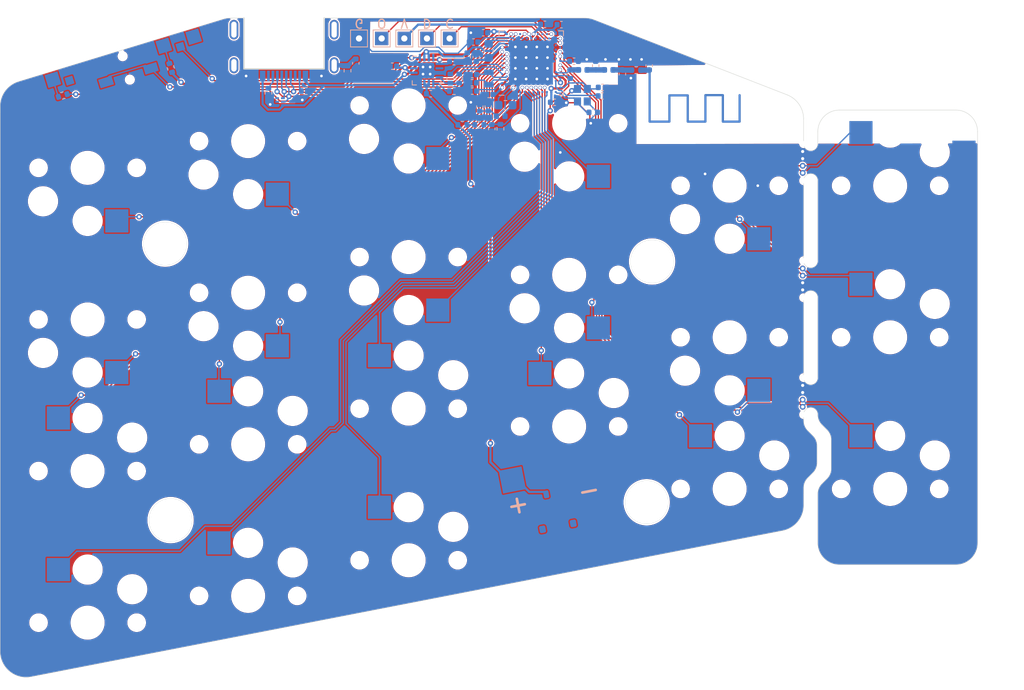
<source format=kicad_pcb>
(kicad_pcb (version 20221018) (generator pcbnew)
  (title_block (title "Borne Keyboard") (date "2023-07-16") (rev "V2") (company "Ergin") (comment 1 "Gabriel Hansson"))
  (layers (0 "F.Cu" mixed) (31 "B.Cu" mixed) (34 "B.Paste" user) (35 "F.Paste" user) (36 "B.SilkS" user "B.Silkscreen") (37 "F.SilkS" user "F.Silkscreen") (38 "B.Mask" user) (39 "F.Mask" user) (44 "Edge.Cuts" user))
  (net 0 "")
  (net 1 "VSS_PA")
  (net 2 "GND")
  (net 3 "VBAT")
  (net 4 "V_DDH")
  (net 5 "VBUS")
  (net 6 "V_DD")
  (net 7 "P_Charge_Speed_Control_2")
  (net 8 "P_Charge_Speed_Control_1")
  (net 9 "BAT_VOLT")
  (net 10 "RESET")
  (net 11 "K12")
  (net 12 "K11")
  (net 13 "K1")
  (net 14 "K10")
  (net 15 "K6")
  (net 16 "K17")
  (net 17 "K7")
  (net 18 "K8")
  (net 19 "K9")
  (net 20 "K19")
  (net 21 "K4")
  (net 22 "K5")
  (net 23 "K3")
  (net 24 "K2")
  (net 25 "K20")
  (net 26 "K16")
  (net 27 "K15")
  (net 28 "K14")
  (net 29 "K13")
  (net 30 "K21")
  (net 31 "GNDREF")
  (net 32 "K18")
  (net 33 "Net-(AE1-A)")
  (net 34 "Net-(U1-DEC4)")
  (net 35 "Net-(U1-DEC5)")
  (net 36 "Net-(U1-DECUSB)")
  (net 37 "Net-(U1-DEC3)")
  (net 38 "Net-(U1-XL1{slash}P0.00)")
  (net 39 "Net-(U1-DEC1)")
  (net 40 "Net-(U1-XL2{slash}P0.01)")
  (net 41 "Net-(C18-Pad2)")
  (net 42 "Net-(C19-Pad2)")
  (net 43 "Net-(U1-ANT)")
  (net 44 "Net-(U1-XC1)")
  (net 45 "Net-(U1-XC2)")
  (net 47 "Net-(D1-A)")
  (net 49 "Net-(D2-K2)")
  (net 50 "Net-(D2-A)")
  (net 51 "Net-(J1-CC1)")
  (net 52 "Net-(U1-D-)")
  (net 53 "Net-(U1-D+)")
  (net 55 "Net-(J1-CC2)")
  (net 59 "Net-(L1-Pad2)")
  (net 60 "Net-(U1-DCC)")
  (net 61 "Net-(U1-DCCH)")
  (net 62 "Net-(R2-Pad1)")
  (net 63 "Net-(U1-P0.15)")
  (net 64 "Net-(U3-TS)")
  (net 65 "Net-(U3-ISET)")
  (net 66 "Net-(U1-TRACEDATA0{slash}P1.00)")
  (net 67 "Net-(U1-SWDCLK)")
  (net 68 "Net-(U1-SWDIO)")
  (footprint "lib:pcb-way-single-mouse-bites-plated" (layer "F.Cu") (at 124.253 45.843 90)
    (fp_text reference "mouse-bite-5mm-slot" hide)
    (fp_text value "VAL**" hide)
    (fp_arc (start 0 0) (mid 0.8 0.8) (end 0 1.6) (stroke (width 0.05)) (layer "Edge.Cuts"))
    (fp_arc (start 4.15 1.6) (mid 3.35 0.8) (end 4.15 0) (stroke (width 0.05)) (layer "Edge.Cuts"))
  )
  (footprint "" (layer "F.Cu") (at 99.430304 77.850114 22)
    (fp_text reference "")
    (fp_text value "")
  )
  (footprint "lib:pcb-way-single-mouse-bites-plated" (layer "F.Cu") (at 124.252 58.961 90)
    (fp_text reference "mouse-bite-5mm-slot" hide)
    (fp_text value "VAL**" hide)
    (fp_arc (start 0 0) (mid 0.8 0.8) (end 0 1.6) (stroke (width 0.05)) (layer "Edge.Cuts"))
    (fp_arc (start 4.15 1.6) (mid 3.35 0.8) (end 4.15 0) (stroke (width 0.05)) (layer "Edge.Cuts"))
  )
  (footprint "lib:screw-hole" (layer "F.Cu") (at 52.66 52.902)
    (fp_text reference "H1" hide)
    (fp_text value "MountingHole" hide)
  )
  (footprint "lib:screw-hole" (layer "F.Cu") (at 53.27 83.902)
    (fp_text reference "H3" hide)
    (fp_text value "MountingHole" hide)
  )
  (footprint "lib:screw-hole" (layer "F.Cu") (at 107.269 54.902)
    (fp_text reference "H2" hide)
    (fp_text value "MountingHole" hide)
  )
  (footprint "lib:2.4GHz-meander-antenna-right" (layer "F.Cu") (at 106.99 33.489)
    (fp_text reference "AE1" hide)
    (fp_text value "Antenna" hide)
  )
  (footprint "lib:pcb-way-single-mouse-bites-plated" (layer "F.Cu") (at 124.252 72.072 90)
    (fp_text reference "mouse-bite-5mm-slot" hide)
    (fp_text value "VAL**" hide)
    (fp_arc (start 0 0) (mid 0.8 0.8) (end 0 1.6) (stroke (width 0.05)) (layer "Edge.Cuts"))
    (fp_arc (start 4.15 1.6) (mid 3.35 0.8) (end 4.15 0) (stroke (width 0.05)) (layer "Edge.Cuts"))
  )
  (footprint "" (layer "F.Cu") (at 91.59 79.4 22)
    (fp_text reference "")
    (fp_text value "")
  )
  (footprint "lib:Kailh_socket_PG1350" (layer "B.Cu") (at 43.965 95.404)
    (fp_text reference "SW19" hide)
    (fp_text value "CPG135001S30" hide)
  )
  (footprint "Package_DFN_QFN:Nordic_AQFN-73-1EP_7x7mm_P0.5mm" (layer "B.Cu") (at 93.7175 32.6465)
    (fp_text reference "U1" hide)
    (fp_text value "nRF52840" hide)
  )
  (footprint "lib:Kailh_socket_PG1350" (layer "B.Cu") (at 133.967 80.406)
    (fp_text reference "SW18" hide)
    (fp_text value "CPG135001S30" hide)
  )
  (footprint "lib:Kailh_socket_PG1350" (layer "B.Cu") (at 43.966 61.401 180)
    (fp_text reference "SW7" hide)
    (fp_text value "CPG135001S30" hide)
  )
  (footprint "Capacitor_SMD:C_0402_1005Metric" (layer "B.Cu") (at 95.24 28.31 180)
    (fp_text reference "C6" hide)
    (fp_text value "100nF" hide)
  )
  (footprint "Resistor_SMD:R_0402_1005Metric" (layer "B.Cu") (at 105.49 33.439)
    (fp_text reference "R4" hide)
    (fp_text value "0R" hide)
  )
  (footprint "lib:Crystal_SMD_2012-2Pin_2.0x1.2mm" (layer "B.Cu") (at 88.9475 34.3865 90)
    (fp_text reference "Y1" hide)
    (fp_text value "32.768 kHz" hide)
  )
  (footprint "Capacitor_SMD:C_0402_1005Metric" (layer "B.Cu") (at 88.89 37.539 -90)
    (fp_text reference "C1" hide)
    (fp_text value "1uF" hide)
  )
  (footprint "lib:Kailh_socket_PG1350" (layer "B.Cu") (at 61.965 41.404 180)
    (fp_text reference "SW2" hide)
    (fp_text value "CPG135001S30" hide)
  )
  (footprint "TestPoint:TestPoint_THTPad_1.5x1.5mm_Drill0.7mm" (layer "B.Cu") (at 79.48 29.889 90)
    (fp_text reference "TP4" hide)
    (fp_text value "3.3V" hide)
  )
  (footprint "lib:Kailh_socket_PG1350" (layer "B.Cu") (at 115.965 46.404 180)
    (fp_text reference "SW5" hide)
    (fp_text value "CPG135001S30" hide)
  )
  (footprint "Resistor_SMD:R_0402_1005Metric" (layer "B.Cu") (at 41.18 36.289 17)
    (fp_text reference "R5" hide)
    (fp_text value "1.5k" hide)
  )
  (footprint "Capacitor_SMD:C_0402_1005Metric" (layer "B.Cu") (at 100.944665 32.942795 -90)
    (fp_text reference "C19" hide)
    (fp_text value "1.2pF" hide)
  )
  (footprint "Capacitor_SMD:C_0402_1005Metric" (layer "B.Cu") (at 89.29 40.029 90)
    (fp_text reference "C15" hide)
    (fp_text value "10nF" hide)
  )
  (footprint "Resistor_SMD:R_0402_1005Metric" (layer "B.Cu") (at 84.64 34.389 -90)
    (fp_text reference "R12" hide)
    (fp_text value "3.9k" hide)
  )
  (footprint "lib:USB-C-SMD_TYPE-C-31-M-13A-1" (layer "B.Cu") (at 65.993 31.5015)
    (fp_text reference "J1" hide)
    (fp_text value "USB_C_Receptacle_USB2.0" hide)
    (fp_line (start -4.499 -3.901) (end -4.499 1.801) (stroke (width 0.15)) (layer "Edge.Cuts"))
    (fp_line (start -4.499 1.801) (end 4.5 1.801) (stroke (width 0.15)) (layer "Edge.Cuts"))
    (fp_line (start 4.5 1.801) (end 4.5 -3.901) (stroke (width 0.15)) (layer "Edge.Cuts"))
  )
  (footprint "Resistor_SMD:R_0402_1005Metric" (layer "B.Cu") (at 90.26 40.019 -90)
    (fp_text reference "R1" hide)
    (fp_text value "10M" hide)
  )
  (footprint "Inductor_SMD:L_0402_1005Metric" (layer "B.Cu") (at 99.4975 33.4165 180)
    (fp_text reference "L5" hide)
    (fp_text value "4.7nH" hide)
  )
  (footprint "TestPoint:TestPoint_THTPad_1.5x1.5mm_Drill0.7mm" (layer "B.Cu") (at 74.4 29.889 90)
    (fp_text reference "TP5" hide)
    (fp_text value "GND" hide)
  )
  (footprint "lib:Kailh_socket_PG1350" (layer "B.Cu") (at 115.964 80.404)
    (fp_text reference "SW17" hide)
    (fp_text value "CPG135001S30" hide)
  )
  (footprint "lib:Kailh_socket_PG1350" (layer "B.Cu") (at 61.966 58.405 180)
    (fp_text reference "SW8" hide)
    (fp_text value "CPG135001S30" hide)
  )
  (footprint "lib:Kailh_socket_PG1350" (layer "B.Cu") (at 115.964 63.4 180)
    (fp_text reference "SW11" hide)
    (fp_text value "CPG135001S30" hide)
  )
  (footprint "Inductor_SMD:L_0402_1005Metric" (layer "B.Cu") (at 102.4075 33.4165)
    (fp_text reference "L4" hide)
    (fp_text value "2.2nH" hide)
  )
  (footprint "lib:screw-hole" (layer "B.Cu") (at 106.66 81.902 180)
    (fp_text reference "H4" hide)
    (fp_text value "MountingHole" hide)
  )
  (footprint "Resistor_SMD:R_0402_1005Metric" (layer "B.Cu") (at 85.64 34.389 -90)
    (fp_text reference "R10" hide)
    (fp_text value "10k" hide)
  )
  (footprint "lib:Kailh_socket_PG1350" (layer "B.Cu") (at 79.965 37.403 180)
    (fp_text reference "SW3" hide)
    (fp_text value "CPG135001S30" hide)
  )
  (footprint "Resistor_SMD:R_0402_1005Metric" (layer "B.Cu") (at 53.29 33.189 -73)
    (fp_text reference "R11" hide)
    (fp_text value "10k" hide)
  )
  (footprint "Capacitor_SMD:C_0402_1005Metric" (layer "B.Cu") (at 96.34 37.05 180)
    (fp_text reference "C5" hide)
    (fp_text value "1uF" hide)
  )
  (footprint "Capacitor_SMD:C_0402_1005Metric" (layer "B.Cu") (at 87.54 31.989 -90)
    (fp_text reference "C4" hide)
    (fp_text value "4.7uF" hide)
  )
  (footprint "Capacitor_SMD:C_0402_1005Metric" (layer "B.Cu") (at 87.1 35.789 180)
    (fp_text reference "C14" hide)
    (fp_text value "100nF" hide)
  )
  (footprint "lib:Kailh_socket_PG1350" (layer "B.Cu") (at 97.968 39.402 180)
    (fp_text reference "SW4" hide)
    (fp_text value "CPG135001S30" hide)
  )
  (footprint "lib:LED-ARRAY-SMD_3P-L3.0-W2.0-L-FD" (layer "B.Cu") (at 54.276212 30.516495 -163)
    (fp_text reference "D2" hide)
    (fp_text value "LED_Dual_KKA" hide)
  )
  (footprint "Inductor_SMD:L_0603_1608Metric" (layer "B.Cu") (at 90.83 37.369 180)
    (fp_text reference "L2" hide)
    (fp_text value "10uH" hide)
  )
  (footprint "Capacitor_SMD:C_0402_1005Metric" (layer "B.Cu") (at 101.69 36.339 180)
    (fp_text reference "C12" hide)
    (fp_text value "100pF" hide)
  )
  (footprint "Capacitor_SMD:C_0402_1005Metric" (layer "B.Cu") (at 78.14 33)
    (fp_text reference "C3" hide)
    (fp_text value "4.7uF" hide)
  )
  (footprint "Resistor_SMD:R_0402_1005Metric" (layer "B.Cu") (at 87.89 39.569)
    (fp_text reference "R2" hide)
    (fp_text value "2M" hide)
  )
  (footprint "lib:Kailh_socket_PG1350" (layer "B.Cu") (at 79.966 88.405)
    (fp_text reference "SW21" hide)
    (fp_text value "CPG135001S30" hide)
  )
  (footprint "Inductor_SMD:L_0402_1005Metric" (layer "B.Cu") (at 90.29 38.609)
    (fp_text reference "L1" hide)
    (fp_text value "15nH" hide)
  )
  (footprint "lib:Panasonic_EVQPUL_EVQPUC" (layer "B.Cu") (at 48.29765 33.196959 -163)
    (fp_text reference "SW22" hide)
    (fp_text value "EVQPUC02K" hide)
  )
  (footprint "Resistor_SMD:R_0402_1005Metric" (layer "B.Cu") (at 64.24 35.989 -90)
    (fp_text reference "R8" hide)
    (fp_text value "5.1k" hide)
  )
  (footprint "Capacitor_SMD:C_0402_1005Metric" (layer "B.Cu") (at 86.54 31.989 90)
    (fp_text reference "C25" hide)
    (fp_text value "4.7uF" hide)
  )
  (footprint "Package_DFN_QFN:VQFN-16-1EP_3x3mm_P0.5mm_EP1.6x1.6mm" (layer "B.Cu") (at 81.98 33.489 90)
    (fp_text reference "U3" hide)
    (fp_text value "BQ24075RGT" hide)
  )
  (footprint "lib:LED-ARRAY-SMD_3P-L3.0-W2.0-L-FD" (layer "B.Cu") (at 41.839476 34.311565 -163)
    (fp_text reference "D1" hide)
    (fp_text value "LED_Dual_KKA" hide)
  )
  (footprint "lib:Crystal_SMD_2016-4Pin_2.0x1.6mm" (layer "B.Cu") (at 99.45 36.249 -90)
    (fp_text reference "Y2" hide)
    (fp_text value "32MHz" hide)
  )
  (footprint "TestPoint:TestPoint_THTPad_1.5x1.5mm_Drill0.7mm" (layer "B.Cu") (at 82.02 29.889 90)
    (fp_text reference "TP3" hide)
    (fp_text value "SWD" hide)
  )
  (footprint "lib:Kailh_socket_PG1350" (layer "B.Cu") (at 61.966 92.401)
    (fp_text reference "SW20" hide)
    (fp_text value "CPG135001S30" hide)
  )
  (footprint "lib:ESDR0502NMUTAG" (layer "B.Cu") (at 65.54 36.989)
    (fp_text reference "U2" hide)
    (fp_text value "ESDR0502NMUTAG" hide)
  )
  (footprint "lib:Kailh_socket_PG1350" (layer "B.Cu") (at 97.965 56.4 180)
    (fp_text reference "SW10" hide)
    (fp_text value "CPG135001S30" hide)
  )
  (footprint "Capacitor_SMD:C_0402_1005Metric" (layer "B.Cu") (at 87.95 37.549 -90)
    (fp_text reference "C2" hide)
    (fp_text value "47nF" hide)
  )
  (footprint "Resistor_SMD:R_0402_1005Metric" (layer "B.Cu") (at 73.11 33.499 -90)
    (fp_text reference "R6" hide)
    (fp_text value "1M" hide)
  )
  (footprint "Capacitor_SMD:C_0402_1005Metric" (layer "B.Cu") (at 82.44 36.089 180)
    (fp_text reference "C26" hide)
    (fp_text value "4.7uF" hide)
  )
  (footprint "Capacitor_SMD:C_0402_1005Metric" (layer "B.Cu") (at 87.24 30.289 180)
    (fp_text reference "C11" hide)
    (fp_text value "4.7uF" hide)
  )
  (footprint "lib:Kailh_socket_PG1350" (layer "B.Cu") (at 79.967 71.405)
    (fp_text reference "SW15" hide)
    (fp_text value "CPG135001S30" hide)
  )
  (footprint "Capacitor_SMD:C_0402_1005Metric" (layer "B.Cu") (at 87.106361 33.933138)
    (fp_text reference "C16" hide)
    (fp_text value "15pF" hide)
  )
  (footprint "lib:Kailh_socket_PG1350" (layer "B.Cu") (at 43.962 78.404)
    (fp_text reference "SW13" hide)
    (fp_text value "CPG135001S30" hide)
  )
  (footprint "Resistor_SMD:R_0402_1005Metric" (layer "B.Cu") (at 85.99417 39.570105)
    (fp_text reference "R3" hide)
    (fp_text value "2M" hide)
  )
  (footprint "Capacitor_SMD:C_0402_1005Metric" (layer "B.Cu") (at 106.94 32.939 -90)
    (fp_text reference "C17" hide)
    (fp_text value "1.5pF" hide)
  )
  (footprint "lib:net-tie-2-tiny" (layer "B.Cu") (at 96.2375 34.1465 180)
    (fp_text reference "NT1" hide)
    (fp_text value "NetTie_2" hide)
  )
  (footprint "TestPoint:TestPoint_THTPad_1.5x1.5mm_Drill0.7mm" (layer "B.Cu") (at 84.56 29.889 90)
    (fp_text reference "TP2" hide)
    (fp_text value "SWC" hide)
  )
  (footprint "Capacitor_SMD:C_0402_1005Metric" (layer "B.Cu") (at 88.95 36.169)
    (fp_text reference "C8" hide)
    (fp_text value "100nF" hide)
  )
  (footprint "Capacitor_SMD:C_0402_1005Metric" (layer "B.Cu") (at 74.04 32.669 90)
    (fp_text reference "C23" hide)
    (fp_text value "100nF" hide)
  )
  (footprint "lib:Kailh_socket_PG1350" (layer "B.Cu") (at 133.964 46.403)
    (fp_text reference "SW6" hide)
    (fp_text value "CPG135001S30" hide)
  )
  (footprint "Capacitor_SMD:C_0402_1005Metric" (layer "B.Cu") (at 100.67 38.179)
    (fp_text reference "C22" hide)
    (fp_text value "15pF" hide)
  )
  (footprint "Capacitor_SMD:C_0402_1005Metric" (layer "B.Cu") (at 88.34 29.250869 180)
    (fp_text reference "C10" hide)
    (fp_text value "4.7uF" hide)
  )
  (footprint "Capacitor_SMD:C_0402_1005Metric" (layer "B.Cu") (at 98.09 33.8965 90)
    (fp_text reference "C20" hide)
    (fp_text value "1.0pF" hide)
  )
  (footprint "Capacitor_SMD:C_0402_1005Metric" (layer "B.Cu") (at 101.71 35.379)
    (fp_text reference "C21" hide)
    (fp_text value "15pF" hide)
  )
  (footprint "lib:Kailh_socket_PG1350" (layer "B.Cu") (at 97.964 73.401)
    (fp_text reference "SW16" hide)
    (fp_text value "CPG135001S30" hide)
  )
  (footprint "lib:Molex_Pico-EZmate_78171-0002_1x02-1MP_P1.20mm_Vertical" (layer "B.Cu") (at 96.34 82.739 -169)
    (fp_text reference "J2" hide)
    (fp_text value "Molex_781710002" hide)
  )
  (footprint "Capacitor_SMD:C_0402_1005Metric" (layer "B.Cu") (at 97.09 28.339 180)
    (fp_text reference "C7" hide)
    (fp_text value "100nF" hide)
  )
  (footprint "Capacitor_SMD:C_0402_1005Metric" (layer "B.Cu") (at 87.084088 34.857471)
    (fp_text reference "C13" hide)
    (fp_text value "15pF" hide)
  )
  (footprint "Capacitor_SMD:C_0402_1005Metric" (layer "B.Cu") (at 98.5125 32.4465)
    (fp_text reference "C9" hide)
    (fp_text value "1nF" hide)
  )
  (footprint "lib:Kailh_socket_PG1350" (layer "B.Cu") (at 61.966 75.405)
    (fp_text reference "SW14" hide)
    (fp_text value "CPG135001S30" hide)
  )
  (footprint "Capacitor_SMD:C_0402_1005Metric" (layer "B.Cu") (at 103.94 33.889 90)
    (fp_text reference "C18" hide)
    (fp_text value "N.C" hide)
  )
  (footprint "lib:Kailh_socket_PG1350" (layer "B.Cu") (at 43.965 44.4 180)
    (fp_text reference "SW1" hide)
    (fp_text value "CPG135001S30" hide)
  )
  (footprint "lib:Kailh_socket_PG1350" (layer "B.Cu") (at 79.965 54.403 180)
    (fp_text reference "SW9" hide)
    (fp_text value "CPG135001S30" hide)
  )
  (footprint "lib:Kailh_socket_PG1350" (layer "B.Cu") (at 133.963 63.403)
    (fp_text reference "SW12" hide)
    (fp_text value "CPG135001S30" hide)
  )
  (footprint "Inductor_SMD:L_0603_1608Metric" (layer "B.Cu") (at 88.94 31.279 90)
    (fp_text reference "L3" hide)
    (fp_text value "10uH" hide)
  )
  (footprint "TestPoint:TestPoint_THTPad_1.5x1.5mm_Drill0.7mm" (layer "B.Cu") (at 76.94 29.889 90)
    (fp_text reference "TP1" hide)
    (fp_text value "SWO" hide)
  )
  (footprint "Resistor_SMD:R_0402_1005Metric" (layer "B.Cu") (at 68.44 35.789)
    (fp_text reference "R7" hide)
    (fp_text value "5.1k" hide)
  )
  (footprint "Resistor_SMD:R_0402_1005Metric" (layer "B.Cu") (at 85.04 35.789)
    (fp_text reference "R9" hide)
    (fp_text value "10k" hide)
  )
  (footprint "Capacitor_SMD:C_0402_1005Metric" (layer "B.Cu") (at 85.04 32.489)
    (fp_text reference "C24" hide)
    (fp_text value "1uF" hide)
  )
  (gr_arc locked (start 122.405859 36.212311) (mid 123.748365 37.277753) (end 124.254765 38.915124) (stroke (width 0.05)) (layer "Edge.Cuts"))
  (gr_circle locked (center 106.660003 81.902224) (end 109.064765 81.902224) (stroke (width 0.05)) (fill none) (layer "Edge.Cuts"))
  (gr_line locked (start 124.253002 38.914879) (end 124.253002 41.692618) (stroke (width 0.05)) (layer "Edge.Cuts"))
  (gr_line locked (start 34.164765 98.61847) (end 34.164765 37.502224) (stroke (width 0.05)) (layer "Edge.Cuts"))
  (gr_arc locked (start 37.618287 101.465154) (mid 35.220243 100.856221) (end 34.164765 98.61847) (stroke (width 0.05)) (layer "Edge.Cuts"))
  (gr_arc locked (start 141.345457 37.920735) (mid 143.056034 38.630311) (end 143.763875 40.34161) (stroke (width 0.05)) (layer "Edge.Cuts"))
  (gr_circle locked (center 52.660003 52.902224) (end 55.064765 52.902224) (stroke (width 0.05)) (fill none) (layer "Edge.Cuts"))
  (gr_arc locked (start 125.853504 40.339153) (mid 126.56308 38.628594) (end 128.274379 37.920735) (stroke (width 0.05)) (layer "Edge.Cuts"))
  (gr_arc locked (start 34.164765 37.502224) (mid 34.734209 35.77642) (end 36.218853 34.72834) (stroke (width 0.05)) (layer "Edge.Cuts"))
  (gr_line locked (start 126.321374 73.206837) (end 126.893138 73.78065) (stroke (width 0.05)) (layer "Edge.Cuts"))
  (gr_arc locked (start 124.721381 73.869576) (mid 124.374997 73.35072) (end 124.253386 72.738839) (stroke (width 0.05)) (layer "Edge.Cuts"))
  (gr_arc locked (start 127.361609 78.122213) (mid 127.239984 78.73409) (end 126.893614 79.25295) (stroke (width 0.05)) (layer "Edge.Cuts"))
  (gr_arc locked (start 124.252914 80.295261) (mid 124.374549 79.683391) (end 124.720909 79.164524) (stroke (width 0.05)) (layer "Edge.Cuts"))
  (gr_line locked (start 124.253386 72.738839) (end 124.252 72.072) (stroke (width 0.05)) (layer "Edge.Cuts"))
  (gr_line locked (start 122.405859 36.212311) (end 100.773002 27.799411) (stroke (width 0.05)) (layer "Edge.Cuts"))
  (gr_arc locked (start 126.893138 73.78065) (mid 127.239509 74.299509) (end 127.361133 74.911387) (stroke (width 0.05)) (layer "Edge.Cuts"))
  (gr_line locked (start 125.76114 75.574126) (end 125.761616 77.459474) (stroke (width 0.05)) (layer "Edge.Cuts"))
  (gr_line locked (start 124.252381 82.229) (end 124.252381 81.037) (stroke (width 0.05)) (layer "Edge.Cuts"))
  (gr_arc locked (start 125.293145 74.443389) (mid 125.639523 74.962245) (end 125.76114 75.574126) (stroke (width 0.05)) (layer "Edge.Cuts"))
  (gr_line locked (start 70.493 27.6005) (end 99.721908 27.602224) (stroke (width 0.05)) (layer "Edge.Cuts"))
  (gr_arc locked (start 99.721908 27.602224) (mid 100.256621 27.651957) (end 100.773002 27.799411) (stroke (width 0.05)) (layer "Edge.Cuts"))
  (gr_line locked (start 125.852506 86.470582) (end 125.852907 80.958) (stroke (width 0.05)) (layer "Edge.Cuts"))
  (gr_circle locked (center 107.269003 54.902224) (end 109.673765 54.902224) (stroke (width 0.05)) (fill none) (layer "Edge.Cuts"))
  (gr_line locked (start 143.764256 86.470582) (end 143.764256 40.3416) (stroke (width 0.05)) (layer "Edge.Cuts"))
  (gr_arc locked (start 125.852907 80.958) (mid 125.974529 80.346121) (end 126.320902 79.827263) (stroke (width 0.05)) (layer "Edge.Cuts"))
  (gr_line locked (start 128.273381 88.889) (end 141.343381 88.889) (stroke (width 0.05)) (layer "Edge.Cuts"))
  (gr_line locked (start 124.252 58.961) (end 124.253386 67.9221) (stroke (width 0.05)) (layer "Edge.Cuts"))
  (gr_line locked (start 124.252381 81.037) (end 124.252914 80.295261) (stroke (width 0.05)) (layer "Edge.Cuts"))
  (gr_line locked (start 126.320902 79.827263) (end 126.893614 79.25295) (stroke (width 0.05)) (layer "Edge.Cuts"))
  (gr_arc locked (start 124.254765 82.228636) (mid 123.592525 84.073191) (end 121.908287 85.075321) (stroke (width 0.05)) (layer "Edge.Cuts"))
  (gr_line locked (start 61.494 27.6005) (end 60.018912 27.602224) (stroke (width 0.05)) (layer "Edge.Cuts"))
  (gr_line locked (start 36.218853 34.72834) (end 59.172999 27.72834) (stroke (width 0.05)) (layer "Edge.Cuts"))
  (gr_arc locked (start 125.761616 77.459474) (mid 125.640004 78.07136) (end 125.293621 78.590211) (stroke (width 0.05)) (layer "Edge.Cuts"))
  (gr_line locked (start 124.253386 54.811) (end 124.253 45.843) (stroke (width 0.05)) (layer "Edge.Cuts"))
  (gr_line locked (start 37.618287 101.465154) (end 121.908287 85.075321) (stroke (width 0.05)) (layer "Edge.Cuts"))
  (gr_line locked (start 128.274379 37.920735) (end 141.345457 37.920735) (stroke (width 0.05)) (layer "Edge.Cuts"))
  (gr_line locked (start 125.293145 74.443389) (end 124.721381 73.869576) (stroke (width 0.05)) (layer "Edge.Cuts"))
  (gr_arc locked (start 59.172999 27.72834) (mid 59.59128 27.633919) (end 60.018912 27.602224) (stroke (width 0.05)) (layer "Edge.Cuts"))
  (gr_arc locked (start 128.273381 88.889) (mid 126.562055 88.181186) (end 125.852506 86.470582) (stroke (width 0.05)) (layer "Edge.Cuts"))
  (gr_line locked (start 125.852853 67.9221) (end 125.852853 58.9611) (stroke (width 0.05)) (layer "Edge.Cuts"))
  (gr_arc locked (start 126.320395 73.207815) (mid 125.972943 72.686613) (end 125.852 72.072) (stroke (width 0.05)) (layer "Edge.Cuts"))
  (gr_line locked (start 125.853504 40.339153) (end 125.853002 41.692618) (stroke (width 0.05)) (layer "Edge.Cuts"))
  (gr_line locked (start 127.361133 74.911387) (end 127.361609 78.122213) (stroke (width 0.05)) (layer "Edge.Cuts"))
  (gr_line locked (start 125.852381 54.811) (end 125.852381 45.8501) (stroke (width 0.05)) (layer "Edge.Cuts"))
  (gr_arc locked (start 143.764256 86.470582) (mid 143.054706 88.181204) (end 141.343381 88.889) (stroke (width 0.05)) (layer "Edge.Cuts"))
  (gr_circle locked (center 53.269527 83.902224) (end 55.674289 83.902224) (stroke (width 0.05)) (fill none) (layer "Edge.Cuts"))
  (gr_line locked (start 124.720909 79.164524) (end 125.293621 78.590211) (stroke (width 0.05)) (layer "Edge.Cuts"))
  (gr_text locked "D" (at 82.02 28.789 180) (layer "B.SilkS") (effects (font (size 1 1)) (justify top mirror)))
  (gr_text locked "+" (at 90.64 81.539 191) (layer "B.SilkS") (effects (font (size 2 2) (thickness 0.3) bold) (justify left bottom mirror)))
  (gr_text locked "O" (at 76.94 28.789 180) (layer "B.SilkS") (effects (font (size 1 1)) (justify top mirror)))
  (gr_text locked "V" (at 79.48 28.789 180) (layer "B.SilkS") (effects (font (size 1 1)) (justify top mirror)))
  (gr_text locked "G" (at 74.4 28.789 180) (layer "B.SilkS") (effects (font (size 1 1)) (justify top mirror)))
  (gr_text locked "-" (at 98.59 79.939 191) (layer "B.SilkS") (effects (font (size 2 2) (thickness 0.3) bold) (justify left bottom mirror)))
  (gr_text locked "C" (at 84.56 28.789 180) (layer "B.SilkS") (effects (font (size 1 1)) (justify top mirror)))
  (segment locked (start 97.7175 34.0465) (end 98.0475 34.3765) (width 0.15) (layer "B.Cu") (net 1))
  (segment locked (start 96.5675 34.0465) (end 97.7175 34.0465) (width 0.15) (layer "B.Cu") (net 1))
  (segment locked (start 96.4675 34.1465) (end 96.5675 34.0465) (width 0.15) (layer "B.Cu") (net 1))
  (segment locked (start 98.26435 35.750391) (end 97.64 36.374741) (width 0.15) (layer "F.Cu") (net 2))
  (segment locked (start 61.7405 34.099) (end 70.19 34.099) (width 0.5) (layer "F.Cu") (net 2))
  (segment locked (start 100.39 39.4) (end 100.29 39.3) (width 0.15) (layer "F.Cu") (net 2))
  (segment locked (start 100.29 38.5) (end 98.8885 37.0985) (width 0.15) (layer "F.Cu") (net 2))
  (segment locked (start 61.74 34.0995) (end 61.7405 34.099) (width 0.5) (layer "F.Cu") (net 2))
  (segment locked (start 98.8885 37.0985) (end 97.64 37.0985) (width 0.15) (layer "F.Cu") (net 2))
  (segment locked (start 100.29 39.3) (end 100.29 38.5) (width 0.15) (layer "F.Cu") (net 2))
  (segment locked (start 97.64 36.374741) (end 97.64 37.0985) (width 0.15) (layer "F.Cu") (net 2))
  (via locked (at 64.44 37.289) (size 0.6) (drill 0.3) (layers "F.Cu" "B.Cu") (net 2))
  (via locked (at 97.64 37.0985) (size 0.6) (drill 0.3) (layers "F.Cu" "B.Cu") (net 2))
  (via locked (at 103.54 32.239) (size 0.6) (drill 0.3) (layers "F.Cu" "B.Cu") (net 2))
  (via locked (at 93.14 33.239) (size 0.6) (drill 0.3) (layers "F.Cu" "B.Cu") (net 2))
  (via locked (at 86.94 37.05) (size 0.6) (drill 0.3) (layers "F.Cu" "B.Cu") (net 2))
  (via locked (at 91.94 32.039) (size 0.6) (drill 0.3) (layers "F.Cu" "B.Cu") (net 2))
  (via locked (at 95.54 33.239) (size 0.6) (drill 0.3) (layers "F.Cu" "B.Cu") (net 2))
  (via locked (at 102.04 32.239) (size 0.6) (drill 0.3) (layers "F.Cu" "B.Cu") (net 2))
  (via locked (at 81.58 33.889) (size 0.6) (drill 0.3) (layers "F.Cu" "B.Cu") (net 2))
  (via locked (at 94.34 30.839) (size 0.6) (drill 0.3) (layers "F.Cu" "B.Cu") (net 2))
  (via locked (at 93.14 30.839) (size 0.6) (drill 0.3) (layers "F.Cu" "B.Cu") (net 2))
  (via locked (at 94.34 33.239) (size 0.6) (drill 0.3) (layers "F.Cu" "B.Cu") (net 2))
  (via locked (at 94.34 34.439) (size 0.6) (drill 0.3) (layers "F.Cu" "B.Cu") (net 2))
  (via (at 96.968 42.672) (size 0.6) (drill 0.3) (layers "F.Cu" "B.Cu") (net 2))
  (via locked (at 99.94 32.239) (size 0.6) (drill 0.3) (layers "F.Cu" "B.Cu") (net 2))
  (via locked (at 94.34 32.039) (size 0.6) (drill 0.3) (layers "F.Cu" "B.Cu") (net 2))
  (via locked (at 93.14 32.039) (size 0.6) (drill 0.3) (layers "F.Cu" "B.Cu") (net 2))
  (via locked (at 95.54 34.439) (size 0.6) (drill 0.3) (layers "F.Cu" "B.Cu") (net 2))
  (via locked (at 100.39 39.4) (size 0.6) (drill 0.3) (layers "F.Cu" "B.Cu") (net 2))
  (via locked (at 82.38 33.889) (size 0.6) (drill 0.3) (layers "F.Cu" "B.Cu") (net 2))
  (via locked (at 82.38 33.089) (size 0.6) (drill 0.3) (layers "F.Cu" "B.Cu") (net 2))
  (via locked (at 86.94 29.25) (size 0.6) (drill 0.3) (layers "F.Cu" "B.Cu") (net 2))
  (via locked (at 113.21 45.08) (size 0.6) (drill 0.3) (layers "F.Cu" "B.Cu") (net 2))
  (via locked (at 104.84 32.239) (size 0.6) (drill 0.3) (layers "F.Cu" "B.Cu") (net 2))
  (via locked (at 91.94 33.239) (size 0.6) (drill 0.3) (layers "F.Cu" "B.Cu") (net 2))
  (via locked (at 104.89 34.339) (size 0.6) (drill 0.3) (layers "F.Cu" "B.Cu") (net 2))
  (via locked (at 70.19 34.099) (size 0.6) (drill 0.3) (layers "F.Cu" "B.Cu") (net 2))
  (via locked (at 93.14 34.439) (size 0.6) (drill 0.3) (layers "F.Cu" "B.Cu") (net 2))
  (via locked (at 91.94 34.439) (size 0.6) (drill 0.3) (layers "F.Cu" "B.Cu") (net 2))
  (via locked (at 95.54 32.039) (size 0.6) (drill 0.3) (layers "F.Cu" "B.Cu") (net 2))
  (via locked (at 68.038681 36.787681) (size 0.6) (drill 0.3) (layers "F.Cu" "B.Cu") (net 2))
  (via locked (at 98.26435 35.750391) (size 0.6) (drill 0.3) (layers "F.Cu" "B.Cu") (net 2))
  (via locked (at 106.09 32.239) (size 0.6) (drill 0.3) (layers "F.Cu" "B.Cu") (net 2))
  (via locked (at 61.74 34.0995) (size 0.6) (drill 0.3) (layers "F.Cu" "B.Cu") (net 2))
  (via locked (at 81.58 33.089) (size 0.6) (drill 0.3) (layers "F.Cu" "B.Cu") (net 2))
  (via locked (at 119.12 46.4) (size 0.6) (drill 0.3) (layers "F.Cu" "B.Cu") (net 2))
  (via locked (at 95.54 30.839) (size 0.6) (drill 0.3) (layers "F.Cu" "B.Cu") (net 2))
  (via locked (at 91.94 30.839) (size 0.6) (drill 0.3) (layers "F.Cu" "B.Cu") (net 2))
  (segment locked (start 97.5915 37.05) (end 97.64 37.0985) (width 0.15) (layer "B.Cu") (net 2))
  (segment locked (start 81.722537 30.864) (end 83.334457 30.864) (width 0.15) (layer "B.Cu") (net 2))
  (segment locked (start 81.236537 31.35) (end 81.722537 30.864) (width 0.15) (layer "B.Cu") (net 2))
  (segment locked (start 64.539998 37.388998) (end 65.214999 37.388998) (width 0.15) (layer "B.Cu") (net 2))
  (segment locked (start 83.4175 33.739) (end 83.89 33.739) (width 0.15) (layer "B.Cu") (net 2))
  (segment locked (start 75.861 31.35) (end 81.236537 31.35) (width 0.15) (layer "B.Cu") (net 2))
  (segment locked (start 100.39 38.939) (end 101.15 38.179) (width 0.15) (layer "B.Cu") (net 2))
  (segment locked (start 46.160624 33.482187) (end 45.538834 33.151576) (width 0.15) (layer "B.Cu") (net 2))
  (segment locked (start 92.2175 35.3965) (end 92.2175 34.1465) (width 0.15) (layer "B.Cu") (net 2))
  (segment locked (start 87.5 31.509) (end 86.54 32.469) (width 0.15) (layer "B.Cu") (net 2))
  (segment locked (start 87.95 37.069) (end 86.959 37.069) (width 0.15) (layer "B.Cu") (net 2))
  (segment locked (start 84.905736 33.189) (end 85.52 32.574736) (width 0.15) (layer "B.Cu") (net 2))
  (segment locked (start 68.038681 36.700319) (end 68.95 35.789) (width 0.15) (layer "B.Cu") (net 2))
  (segment locked (start 96.82 37.05) (end 97.5915 37.05) (width 0.15) (layer "B.Cu") (net 2))
  (segment locked (start 80.5425 34.239) (end 81.23 34.239) (width 0.25) (layer "B.Cu") (net 2))
  (segment locked (start 73.18 34.009) (end 74.04 33.149) (width 0.5) (layer "B.Cu") (net 2))
  (segment locked (start 72.51 34.009) (end 72.12 34.399) (width 0.5) (layer "B.Cu") (net 2))
  (segment locked (start 84.44 33.189) (end 84.905736 33.189) (width 0.15) (layer "B.Cu") (net 2))
  (segment locked (start 81.23 34.9265) (end 81.23 34.239) (width 0.25) (layer "B.Cu") (net 2))
  (segment locked (start 69.193 34.1015) (end 70.1875 34.1015) (width 0.5) (layer "B.Cu") (net 2))
  (segment locked (start 100.39 39.4) (end 100.39 38.939) (width 0.15) (layer "B.Cu") (net 2))
  (segment locked (start 70.1875 34.1015) (end 70.19 34.099) (width 0.5) (layer "B.Cu") (net 2))
  (segment locked (start 64.24 37.089) (end 64.24 36.499) (width 0.15) (layer "B.Cu") (net 2))
  (segment locked (start 85.52 32.574736) (end 85.52 32.489) (width 0.15) (layer "B.Cu") (net 2))
  (segment locked (start 92.2175 34.1465) (end 93.7175 32.6465) (width 0.15) (layer "B.Cu") (net 2))
  (segment locked (start 85.495 31.554) (end 86.76 30.289) (width 0.15) (layer "B.Cu") (net 2))
  (segment locked (start 83.89 33.739) (end 84.44 33.189) (width 0.15) (layer "B.Cu") (net 2))
  (segment locked (start 72.12 34.399) (end 71.11 34.399) (width 0.5) (layer "B.Cu") (net 2))
  (segment locked (start 68.038681 36.787681) (end 68.038681 36.700319) (width 0.15) (layer "B.Cu") (net 2))
  (segment locked (start 80.439499 32.739) (end 80.5425 32.739) (width 0.15) (layer "B.Cu") (net 2))
  (segment locked (start 87.54 31.509) (end 87.5 31.509) (width 0.15) (layer "B.Cu") (net 2))
  (segment locked (start 101.15 38.179) (end 100 37.029) (width 0.15) (layer "B.Cu") (net 2))
  (segment locked (start 86.959 37.069) (end 86.94 37.05) (width 0.15) (layer "B.Cu") (net 2))
  (segment locked (start 50.228823 32.238414) (end 46.160624 33.482187) (width 0.15) (layer "B.Cu") (net 2))
  (segment locked (start 72.51 34.009) (end 73.18 34.009) (width 0.5) (layer "B.Cu") (net 2))
  (segment locked (start 50.559434 31.616624) (end 50.228823 32.238414) (width 0.15) (layer "B.Cu") (net 2))
  (segment locked (start 61.742 34.1015) (end 62.793 34.1015) (width 0.5) (layer "B.Cu") (net 2))
  (segment locked (start 83.334457 30.864) (end 84.024457 31.554) (width 0.15) (layer "B.Cu") (net 2))
  (segment locked (start 64.44 37.289) (end 64.24 37.089) (width 0.15) (layer "B.Cu") (net 2))
  (segment locked (start 62.7805 34.089) (end 62.793 34.1015) (width 0.5) (layer "B.Cu") (net 2))
  (segment locked (start 70.81 34.099) (end 70.19 34.099) (width 0.5) (layer "B.Cu") (net 2))
  (segment locked (start 81.23 34.239) (end 81.58 33.889) (width 0.25) (layer "B.Cu") (net 2))
  (segment locked (start 98.26435 35.750391) (end 98.465741 35.549) (width 0.15) (layer "B.Cu") (net 2))
  (segment locked (start 84.024457 31.554) (end 85.495 31.554) (width 0.15) (layer "B.Cu") (net 2))
  (segment locked (start 71.11 34.399) (end 70.81 34.099) (width 0.5) (layer "B.Cu") (net 2))
  (segment locked (start 74.4 29.889) (end 75.861 31.35) (width 0.15) (layer "B.Cu") (net 2))
  (segment locked (start 100 37.029) (end 100 36.949) (width 0.15) (layer "B.Cu") (net 2))
  (segment locked (start 64.44 37.289) (end 64.539998 37.388998) (width 0.15) (layer "B.Cu") (net 2))
  (segment locked (start 73.11 34.009) (end 72.51 34.009) (width 0.5) (layer "B.Cu") (net 2))
  (segment locked (start 61.74 34.0995) (end 61.742 34.1015) (width 0.5) (layer "B.Cu") (net 2))
  (segment locked (start 98.465741 35.549) (end 98.9 35.549) (width 0.15) (layer "B.Cu") (net 2))
  (segment locked (start 89.14 48.389) (end 86.94 46.189) (width 0.25) (layer "F.Cu") (net 3))
  (segment locked (start 89.14 75.289) (end 89.14 48.389) (width 0.25) (layer "F.Cu") (net 3))
  (via locked (at 86.94 46.189) (size 0.6) (drill 0.3) (layers "F.Cu" "B.Cu") (net 3))
  (via locked (at 89.14 75.289) (size 0.6) (drill 0.3) (layers "F.Cu" "B.Cu") (net 3))
  (segment locked (start 81.73 34.9265) (end 81.98 35.1765) (width 0.25) (layer "B.Cu") (net 3))
  (segment locked (start 91.59 79.339) (end 92.09 79.339) (width 0.25) (layer "B.Cu") (net 3))
  (segment locked (start 81.98 35.1765) (end 81.98 36.069) (width 0.25) (layer "B.Cu") (net 3))
  (segment locked (start 91.09 79.339) (end 91.59 79.339) (width 0.25) (layer "B.Cu") (net 3))
  (segment locked (start 92.09 79.339) (end 93.49 80.739) (width 0.25) (layer "B.Cu") (net 3))
  (segment locked (start 89.14 75.289) (end 89.14 77.389) (width 0.25) (layer "B.Cu") (net 3))
  (segment locked (start 85.48417 39.570105) (end 86.84 40.925935) (width 0.25) (layer "B.Cu") (net 3))
  (segment locked (start 95.119323 80.739) (end 95.393257 81.012934) (width 0.25) (layer "B.Cu") (net 3))
  (segment locked (start 86.94 46.189) (end 86.84 46.089) (width 0.25) (layer "B.Cu") (net 3))
  (segment locked (start 81.98 35.1765) (end 82.23 34.9265) (width 0.25) (layer "B.Cu") (net 3))
  (segment locked (start 89.14 77.389) (end 91.09 79.339) (width 0.25) (layer "B.Cu") (net 3))
  (segment locked (start 86.84 46.089) (end 86.84 40.925935) (width 0.25) (layer "B.Cu") (net 3))
  (segment locked (start 85.481105 39.570105) (end 85.48417 39.570105) (width 0.25) (layer "B.Cu") (net 3))
  (segment locked (start 82.02 36.109) (end 85.481105 39.570105) (width 0.25) (layer "B.Cu") (net 3))
  (segment locked (start 93.49 80.739) (end 95.119323 80.739) (width 0.25) (layer "B.Cu") (net 3))
  (segment locked (start 72.560026 34.974) (end 54.6145 34.974) (width 0.25) (layer "F.Cu") (net 4))
  (segment locked (start 78.295474 34.0895) (end 73.444526 34.0895) (width 0.25) (layer "F.Cu") (net 4))
  (segment locked (start 54.6145 34.974) (end 54.44 34.7995) (width 0.25) (layer "F.Cu") (net 4))
  (segment locked (start 81.94 31.389) (end 81.774314 31.389) (width 0.25) (layer "F.Cu") (net 4))
  (segment locked (start 79.560219 33.169024) (end 79.21595 33.169024) (width 0.25) (layer "F.Cu") (net 4))
  (segment locked (start 81.774314 31.389) (end 79.99429 33.169024) (width 0.25) (layer "F.Cu") (net 4))
  (segment locked (start 79.99429 33.169024) (end 79.560219 33.169024) (width 0.25) (layer "F.Cu") (net 4))
  (segment locked (start 73.444526 34.0895) (end 72.560026 34.974) (width 0.25) (layer "F.Cu") (net 4))
  (segment locked (start 79.21595 33.169024) (end 78.295474 34.0895) (width 0.25) (layer "F.Cu") (net 4))
  (via locked (at 54.44 34.7995) (size 0.6) (drill 0.3) (layers "F.Cu" "B.Cu") (net 4))
  (via locked (at 79.560219 33.169024) (size 0.6) (drill 0.3) (layers "F.Cu" "B.Cu") (net 4))
  (via locked (at 81.94 31.389) (size 0.6) (drill 0.3) (layers "F.Cu" "B.Cu") (net 4))
  (segment locked (start 78.739976 33.169024) (end 78.62 33.049048) (width 0.25) (layer "B.Cu") (net 4))
  (segment locked (start 88.44 31.289) (end 88.04 30.889) (width 0.25) (layer "B.Cu") (net 4))
  (segment locked (start 90.67 30.449) (end 90.243274 30.449) (width 0.15) (layer "B.Cu") (net 4))
  (segment locked (start 82.23 31.679) (end 82.23 32.0515) (width 0.25) (layer "B.Cu") (net 4))
  (segment locked (start 83.314483 31.339) (end 83.879483 31.904) (width 0.25) (layer "B.Cu") (net 4))
  (segment locked (start 81.99 31.339) (end 83.314483 31.339) (width 0.25) (layer "B.Cu") (net 4))
  (segment locked (start 86.065 31.904) (end 86.46 31.509) (width 0.25) (layer "B.Cu") (net 4))
  (segment locked (start 90.67 30.449) (end 90.8675 30.6465) (width 0.15) (layer "B.Cu") (net 4))
  (segment locked (start 79.560219 33.169024) (end 78.739976 33.169024) (width 0.25) (layer "B.Cu") (net 4))
  (segment locked (start 90.243274 30.449) (end 90.172562 30.449) (width 0.25) (layer "B.Cu") (net 4))
  (segment locked (start 78.62 33.049048) (end 78.62 33) (width 0.25) (layer "B.Cu") (net 4))
  (segment locked (start 79.560219 33.171516) (end 80.127703 33.739) (width 0.25) (layer "B.Cu") (net 4))
  (segment locked (start 83.879483 31.904) (end 86.065 31.904) (width 0.25) (layer "B.Cu") (net 4))
  (segment locked (start 54.44 34.792143) (end 53.43911 33.791253) (width 0.25) (layer "B.Cu") (net 4))
  (segment locked (start 90.8675 30.6465) (end 90.9675 30.6465) (width 0.15) (layer "B.Cu") (net 4))
  (segment locked (start 87.16 30.889) (end 86.54 31.509) (width 0.25) (layer "B.Cu") (net 4))
  (segment locked (start 90.172562 30.449) (end 89.332562 31.289) (width 0.25) (layer "B.Cu") (net 4))
  (segment locked (start 80.127703 33.739) (end 80.5425 33.739) (width 0.25) (layer "B.Cu") (net 4))
  (segment locked (start 81.73 31.599) (end 81.73 32.0515) (width 0.25) (layer "B.Cu") (net 4))
  (segment locked (start 89.332562 31.289) (end 88.44 31.289) (width 0.25) (layer "B.Cu") (net 4))
  (segment locked (start 81.94 31.389) (end 82.23 31.679) (width 0.25) (layer "B.Cu") (net 4))
  (segment locked (start 88.04 30.889) (end 87.16 30.889) (width 0.25) (layer "B.Cu") (net 4))
  (segment locked (start 53.43911 33.791253) (end 53.43911 33.676715) (width 0.25) (layer "B.Cu") (net 4))
  (segment locked (start 54.44 34.7995) (end 54.44 34.792143) (width 0.25) (layer "B.Cu") (net 4))
  (segment locked (start 81.94 31.389) (end 81.99 31.339) (width 0.25) (layer "B.Cu") (net 4))
  (segment locked (start 81.94 31.389) (end 81.73 31.599) (width 0.25) (layer "B.Cu") (net 4))
  (segment locked (start 79.813619 33.915381) (end 81.456905 32.272095) (width 0.25) (layer "F.Cu") (net 5))
  (segment locked (start 89.54 29.113043) (end 89.54 29.35) (width 0.25) (layer "F.Cu") (net 5))
  (segment locked (start 86.617905 32.272095) (end 83.434405 32.272095) (width 0.25) (layer "F.Cu") (net 5))
  (segment locked (start 79.491617 33.915381) (end 79.813619 33.915381) (width 0.25) (layer "F.Cu") (net 5))
  (segment locked (start 89.54 29.35) (end 86.617905 32.272095) (width 0.25) (layer "F.Cu") (net 5))
  (segment locked (start 81.456905 32.272095) (end 83.434405 32.272095) (width 0.25) (layer "F.Cu") (net 5))
  (via locked (at 83.434405 32.272095) (size 0.6) (drill 0.3) (layers "F.Cu" "B.Cu") (net 5))
  (via locked (at 79.491617 33.915381) (size 0.6) (drill 0.3) (layers "F.Cu" "B.Cu") (net 5))
  (via locked (at 89.54 29.113043) (size 0.6) (drill 0.3) (layers "F.Cu" "B.Cu") (net 5))
  (segment locked (start 84.31 32.739) (end 84.56 32.489) (width 0.25) (layer "B.Cu") (net 5))
  (segment locked (start 83.4175 32.739) (end 84.31 32.739) (width 0.25) (layer "B.Cu") (net 5))
  (segment locked (start 89.640439 29.113043) (end 88.957826 29.113043) (width 0.25) (layer "B.Cu") (net 5))
  (segment locked (start 65.865001 37.463999) (end 65.465 37.864) (width 0.25) (layer "B.Cu") (net 5))
  (segment locked (start 68.387999 34.707171) (end 68.387999 34.1554) (width 0.25) (layer "B.Cu") (net 5))
  (segment locked (start 83.4175 32.739) (end 83.4175 32.289) (width 0.25) (layer "B.Cu") (net 5))
  (segment locked (start 78.267998 35.139) (end 68.819828 35.139) (width 0.25) (layer "B.Cu") (net 5))
  (segment locked (start 68.24983 37.388998) (end 70.499828 35.139) (width 0.25) (layer "B.Cu") (net 5))
  (segment locked (start 65.865001 37.388998) (end 68.24983 37.388998) (width 0.25) (layer "B.Cu") (net 5))
  (segment locked (start 83.4175 32.289) (end 83.434405 32.272095) (width 0.25) (layer "B.Cu") (net 5))
  (segment locked (start 65.865001 37.388998) (end 65.865001 37.463999) (width 0.25) (layer "B.Cu") (net 5))
  (segment locked (start 68.819828 35.139) (end 68.387999 34.707171) (width 0.25) (layer "B.Cu") (net 5))
  (segment locked (start 89.640439 29.113043) (end 90.684043 29.113043) (width 0.25) (layer "B.Cu") (net 5))
  (segment locked (start 90.684043 29.113043) (end 90.9675 29.3965) (width 0.25) (layer "B.Cu") (net 5))
  (segment locked (start 65.465 37.864) (end 64.201827 37.864) (width 0.25) (layer "B.Cu") (net 5))
  (segment locked (start 88.957826 29.113043) (end 88.82 29.250869) (width 0.25) (layer "B.Cu") (net 5))
  (segment locked (start 79.491617 33.915381) (end 78.267998 35.139) (width 0.25) (layer "B.Cu") (net 5))
  (segment locked (start 64.201827 37.864) (end 63.587999 37.250172) (width 0.25) (layer "B.Cu") (net 5))
  (segment locked (start 63.587999 37.250172) (end 63.587999 34.1554) (width 0.25) (layer "B.Cu") (net 5))
  (segment locked (start 92.565 31.514) (end 92.64 31.439) (width 0.25) (layer "F.Cu") (net 6))
  (segment locked (start 91.060876 30.889) (end 91.610876 31.439) (width 0.25) (layer "F.Cu") (net 6))
  (segment locked (start 97.156281 35.496002) (end 97.567 35.085283) (width 0.25) (layer "F.Cu") (net 6))
  (segment locked (start 92.64 31.439) (end 93.69 31.439) (width 0.25) (layer "F.Cu") (net 6))
  (segment locked (start 90.48 30.889) (end 91.060876 30.889) (width 0.25) (layer "F.Cu") (net 6))
  (segment locked (start 95.948041 35.496002) (end 97.156281 35.496002) (width 0.25) (layer "F.Cu") (net 6))
  (segment locked (start 96.34 31.789) (end 95.99 31.439) (width 0.25) (layer "F.Cu") (net 6))
  (segment locked (start 92.178173 33.814) (end 92.565 33.427173) (width 0.25) (layer "F.Cu") (net 6))
  (segment locked (start 93.74 29.793652) (end 93.74 31.389) (width 0.25) (layer "F.Cu") (net 6))
  (segment locked (start 90.4675 35.3965) (end 90.4675 35.093327) (width 0.25) (layer "F.Cu") (net 6))
  (segment locked (start 96.942234 34.27211) (end 96.34 33.669876) (width 0.25) (layer "F.Cu") (net 6))
  (segment locked (start 91.610876 31.439) (end 92.49 31.439) (width 0.25) (layer "F.Cu") (net 6))
  (segment locked (start 91.746827 33.814) (end 92.178173 33.814) (width 0.25) (layer "F.Cu") (net 6))
  (segment locked (start 93.79 31.439) (end 93.74 31.389) (width 0.25) (layer "F.Cu") (net 6))
  (segment locked (start 96.34 33.669876) (end 96.34 31.789) (width 0.25) (layer "F.Cu") (net 6))
  (segment locked (start 93.969059 29.390528) (end 93.969059 29.564593) (width 0.25) (layer "F.Cu") (net 6))
  (segment locked (start 93.69 31.439) (end 93.74 31.389) (width 0.25) (layer "F.Cu") (net 6))
  (segment locked (start 92.49 31.439) (end 92.565 31.514) (width 0.25) (layer "F.Cu") (net 6))
  (segment locked (start 93.969059 29.564593) (end 93.74 29.793652) (width 0.25) (layer "F.Cu") (net 6))
  (segment locked (start 92.565 33.427173) (end 92.565 31.514) (width 0.25) (layer "F.Cu") (net 6))
  (segment locked (start 97.230173 34.27211) (end 96.942234 34.27211) (width 0.25) (layer "F.Cu") (net 6))
  (segment locked (start 97.567 35.085283) (end 97.567 34.608937) (width 0.25) (layer "F.Cu") (net 6))
  (segment locked (start 90.4675 35.093327) (end 91.746827 33.814) (width 0.25) (layer "F.Cu") (net 6))
  (segment locked (start 95.99 31.439) (end 93.79 31.439) (width 0.25) (layer "F.Cu") (net 6))
  (segment locked (start 97.567 34.608937) (end 97.230173 34.27211) (width 0.25) (layer "F.Cu") (net 6))
  (via locked (at 90.465953 30.894948) (size 0.4) (drill 0.3) (layers "F.Cu" "B.Cu") (net 6))
  (via locked (at 95.948041 35.496002) (size 0.6) (drill 0.3) (layers "F.Cu" "B.Cu") (net 6))
  (via locked (at 90.4675 35.3965) (size 0.4) (drill 0.3) (layers "F.Cu" "B.Cu") (net 6))
  (via locked (at 93.971454 29.394212) (size 0.4) (drill 0.3) (layers "F.Cu" "B.Cu") (net 6))
  (segment locked (start 95.9675 35.8965) (end 95.9675 36.9425) (width 0.25) (layer "B.Cu") (net 6))
  (segment locked (start 96.61 28.472748) (end 96.61 28.339) (width 0.25) (layer "B.Cu") (net 6))
  (segment locked (start 90.298248 30.889) (end 90.48 30.889) (width 0.25) (layer "B.Cu") (net 6))
  (segment locked (start 95.9675 35.515461) (end 95.948041 35.496002) (width 0.25) (layer "B.Cu") (net 6))
  (segment locked (start 81.03 28.339) (end 79.88 29.489) (width 0.25) (layer "B.Cu") (net 6))
  (segment locked (start 96.16062 28.922128) (end 96.61 28.472748) (width 0.25) (layer "B.Cu") (net 6))
  (segment locked (start 93.9675 29.3965) (end 93.9675 29.344628) (width 0.25) (layer "B.Cu") (net 6))
  (segment locked (start 93.9675 29.344628) (end 94.39 28.922128) (width 0.25) (layer "B.Cu") (net 6))
  (segment locked (start 90.4675 35.3965) (end 89.6875 36.1765) (width 0.25) (layer "B.Cu") (net 6))
  (segment locked (start 94.39 28.922128) (end 94.66 28.652128) (width 0.25) (layer "B.Cu") (net 6))
  (segment locked (start 79.88 29.489) (end 79.48 29.489) (width 0.25) (layer "B.Cu") (net 6))
  (segment locked (start 88.7575 32.249) (end 88.94 32.0665) (width 0.25) (layer "B.Cu") (net 6))
  (segment locked (start 94.66 28.652128) (end 94.66 28.41) (width 0.25) (layer "B.Cu") (net 6))
  (segment locked (start 88.7175 32.289) (end 87.72 32.289) (width 0.25) (layer "B.Cu") (net 6))
  (segment locked (start 88.94 32.0665) (end 89.120748 32.0665) (width 0.25) (layer "B.Cu") (net 6))
  (segment locked (start 81.59 28.339) (end 81.03 28.339) (width 0.25) (layer "B.Cu") (net 6))
  (segment locked (start 95.9675 35.8965) (end 95.9675 35.515461) (width 0.25) (layer "B.Cu") (net 6))
  (segment locked (start 94.39 28.922128) (end 96.16062 28.922128) (width 0.25) (layer "B.Cu") (net 6))
  (segment locked (start 96.4675 29.366169) (end 96.4675 29.3965) (width 0.25) (layer "B.Cu") (net 6))
  (segment locked (start 88.94 32.0665) (end 88.7175 32.289) (width 0.25) (layer "B.Cu") (net 6))
  (segment locked (start 94.731 28.339) (end 81.59 28.339) (width 0.25) (layer "B.Cu") (net 6))
  (segment locked (start 89.120748 32.0665) (end 90.298248 30.889) (width 0.25) (layer "B.Cu") (net 6))
  (segment locked (start 89.6875 36.1765) (end 89.4375 36.1765) (width 0.25) (layer "B.Cu") (net 6))
  (segment locked (start 96.465101 29.226609) (end 96.465101 29.390582) (width 0.25) (layer "B.Cu") (net 6))
  (segment locked (start 87.72 32.289) (end 87.54 32.469) (width 0.25) (layer "B.Cu") (net 6))
  (segment locked (start 95.9675 36.9425) (end 95.86 37.05) (width 0.25) (layer "B.Cu") (net 6))
  (segment locked (start 89.4375 36.1765) (end 89.43 36.169) (width 0.25) (layer "B.Cu") (net 6))
  (segment locked (start 94.76 28.31) (end 94.731 28.339) (width 0.25) (layer "B.Cu") (net 6))
  (segment locked (start 94.66 28.41) (end 94.76 28.31) (width 0.25) (layer "B.Cu") (net 6))
  (segment locked (start 96.16062 28.922128) (end 96.465101 29.226609) (width 0.25) (layer "B.Cu") (net 6))
  (segment locked (start 85.420862 33.098138) (end 87.806598 33.098138) (width 0.15) (layer "B.Cu") (net 7))
  (segment locked (start 87.806598 33.098138) (end 88.108231 32.796505) (width 0.15) (layer "B.Cu") (net 7))
  (segment locked (start 88.108231 32.796505) (end 89.867505 32.796505) (width 0.15) (layer "B.Cu") (net 7))
  (segment locked (start 89.867505 32.796505) (end 90.4675 33.3965) (width 0.15) (layer "B.Cu") (net 7))
  (segment locked (start 84.64 33.879) (end 85.420862 33.098138) (width 0.15) (layer "B.Cu") (net 7))
  (segment locked (start 88.232495 33.096505) (end 89.667505 33.096505) (width 0.15) (layer "B.Cu") (net 8))
  (segment locked (start 87.930862 33.398138) (end 88.232495 33.096505) (width 0.15) (layer "B.Cu") (net 8))
  (segment locked (start 89.667505 33.096505) (end 90.4675 33.8965) (width 0.15) (layer "B.Cu") (net 8))
  (segment locked (start 85.64 33.879) (end 86.120862 33.398138) (width 0.15) (layer "B.Cu") (net 8))
  (segment locked (start 86.120862 33.398138) (end 87.930862 33.398138) (width 0.15) (layer "B.Cu") (net 8))
  (segment locked (start 90.26 39.509) (end 89.33 39.509) (width 0.15) (layer "B.Cu") (net 9))
  (segment locked (start 89.29 39.549) (end 89.27 39.569) (width 0.15) (layer "B.Cu") (net 9))
  (segment locked (start 92.4675 37.7715) (end 90.73 39.509) (width 0.15) (layer "B.Cu") (net 9))
  (segment locked (start 89.33 39.509) (end 89.29 39.549) (width 0.15) (layer "B.Cu") (net 9))
  (segment locked (start 92.4675 35.8965) (end 92.4675 37.7715) (width 0.15) (layer "B.Cu") (net 9))
  (segment locked (start 90.73 39.509) (end 90.26 39.509) (width 0.15) (layer "B.Cu") (net 9))
  (segment locked (start 89.27 39.569) (end 88.4 39.569) (width 0.15) (layer "B.Cu") (net 9))
  (segment locked (start 90.659052 29.569948) (end 89.820052 29.569948) (width 0.15) (layer "F.Cu") (net 10))
  (segment locked (start 73.5895 34.4395) (end 72.705001 35.324) (width 0.15) (layer "F.Cu") (net 10))
  (segment locked (start 93.472866 29.389034) (end 93.472866 29.298925) (width 0.15) (layer "F.Cu") (net 10))
  (segment locked (start 72.705001 35.324) (end 53.19432 35.324) (width 0.15) (layer "F.Cu") (net 10))
  (segment locked (start 93.472866 29.298925) (end 93.145441 28.9715) (width 0.15) (layer "F.Cu") (net 10))
  (segment locked (start 89.820052 29.569948) (end 84.9505 34.4395) (width 0.15) (layer "F.Cu") (net 10))
  (segment locked (start 91.2575 28.9715) (end 90.659052 29.569948) (width 0.15) (layer "F.Cu") (net 10))
  (segment locked (start 84.9505 34.4395) (end 73.5895 34.4395) (width 0.15) (layer "F.Cu") (net 10))
  (segment locked (start 93.145441 28.9715) (end 91.2575 28.9715) (width 0.15) (layer "F.Cu") (net 10))
  (via locked (at 93.466526 29.394212) (size 0.4) (drill 0.3) (layers "F.Cu" "B.Cu") (net 10))
  (via locked (at 53.19432 35.324) (size 0.6) (drill 0.3) (layers "F.Cu" "B.Cu") (net 10))
  (segment locked (start 53.19432 35.324) (end 53.138124 35.324) (width 0.15) (layer "B.Cu") (net 10))
  (segment locked (start 93.72 29.889) (end 93.7175 29.8865) (width 0.15) (layer "B.Cu") (net 10))
  (segment locked (start 93.472866 29.511866) (end 93.472866 29.389034) (width 0.15) (layer "B.Cu") (net 10))
  (segment locked (start 93.7175 29.7565) (end 93.472866 29.511866) (width 0.15) (layer "B.Cu") (net 10))
  (segment locked (start 53.138124 35.324) (end 51.056466 33.242342) (width 0.15) (layer "B.Cu") (net 10))
  (segment locked (start 51.056466 33.242342) (end 50.429579 32.909021) (width 0.15) (layer "B.Cu") (net 10))
  (segment locked (start 50.429579 32.909021) (end 46.369188 34.150407) (width 0.15) (layer "B.Cu") (net 10))
  (segment locked (start 93.7175 29.8915) (end 93.72 29.889) (width 0.15) (layer "B.Cu") (net 10))
  (segment locked (start 93.7175 29.8965) (end 93.7175 29.7565) (width 0.15) (layer "B.Cu") (net 10))
  (segment locked (start 93.7175 29.8965) (end 93.7175 29.8915) (width 0.15) (layer "B.Cu") (net 10))
  (segment locked (start 46.369188 34.150407) (end 46.035866 34.777294) (width 0.15) (layer "B.Cu") (net 10))
  (segment locked (start 101.24 40.375736) (end 105.314264 44.45) (width 0.15) (layer "F.Cu") (net 11))
  (segment locked (start 96.966137 31.897456) (end 96.966137 32.294096) (width 0.15) (layer "F.Cu") (net 11))
  (segment locked (start 97.873695 33.201654) (end 97.873695 33.57213) (width 0.15) (layer "F.Cu") (net 11))
  (segment locked (start 105.314264 44.45) (end 110.865736 44.45) (width 0.15) (layer "F.Cu") (net 11))
  (segment locked (start 117.255 49.589) (end 123.279463 55.613463) (width 0.15) (layer "F.Cu") (net 11))
  (segment locked (start 101.24 36.938435) (end 101.24 40.375736) (width 0.15) (layer "F.Cu") (net 11))
  (segment locked (start 117.242495 49.576495) (end 117.255 49.589) (width 0.15) (layer "F.Cu") (net 11))
  (segment locked (start 97.873695 33.57213) (end 101.24 36.938435) (width 0.15) (layer "F.Cu") (net 11))
  (segment locked (start 116.227495 49.576495) (end 117.242495 49.576495) (width 0.15) (layer "F.Cu") (net 11))
  (segment locked (start 96.966137 32.294096) (end 97.873695 33.201654) (width 0.15) (layer "F.Cu") (net 11))
  (segment locked (start 110.865736 44.45) (end 111.101 44.45) (width 0.15) (layer "F.Cu") (net 11))
  (segment locked (start 123.352 55.686) (end 124.152 56.486) (width 0.15) (layer "F.Cu") (net 11))
  (segment locked (start 123.279463 55.613463) (end 123.352 55.686) (width 0.15) (layer "F.Cu") (net 11))
  (segment locked (start 123.352 55.686) (end 124.152 55.686) (width 0.15) (layer "F.Cu") (net 11))
  (segment locked (start 111.101 44.45) (end 116.227495 49.576495) (width 0.15) (layer "F.Cu") (net 11))
  (via locked (at 96.966137 31.897456) (size 0.4) (drill 0.3) (layers "F.Cu" "B.Cu") (net 11))
  (segment locked (start 124.152 55.686) (end 124.94 56.474) (width 0.15) (layer "B.Cu") (net 11))
  (segment locked (start 129.721 56.486) (end 124.94 56.486) (width 0.15) (layer "B.Cu") (net 11))
  (segment locked (start 124.94 56.486) (end 124.152 56.486) (width 0.15) (layer "B.Cu") (net 11))
  (segment locked (start 130.688 57.453) (end 129.721 56.486) (width 0.15) (layer "B.Cu") (net 11))
  (segment locked (start 124.94 56.474) (end 124.94 56.486) (width 0.15) (layer "B.Cu") (net 11))
  (segment locked (start 116.6155 71.564) (end 110.239264 71.564) (width 0.15) (layer "F.Cu") (net 12))
  (segment locked (start 110.239264 71.564) (end 101.34 62.664736) (width 0.15) (layer "F.Cu") (net 12))
  (segment locked (start 94.72 35.490041) (end 94.72 35.399) (width 0.15) (layer "F.Cu") (net 12))
  (segment locked (start 95.74 41.316208) (end 94.94 40.516208) (width 0.15) (layer "F.Cu") (net 12))
  (segment locked (start 95.74 49.740472) (end 95.74 41.316208) (width 0.15) (layer "F.Cu") (net 12))
  (segment locked (start 94.94 35.710041) (end 94.72 35.490041) (width 0.15) (layer "F.Cu") (net 12))
  (segment locked (start 101.34 55.340472) (end 95.74 49.740472) (width 0.15) (layer "F.Cu") (net 12))
  (segment locked (start 116.84 71.7885) (end 116.6155 71.564) (width 0.15) (layer "F.Cu") (net 12))
  (segment locked (start 94.94 40.516208) (end 94.94 35.710041) (width 0.15) (layer "F.Cu") (net 12))
  (segment locked (start 101.34 62.664736) (end 101.34 55.340472) (width 0.15) (layer "F.Cu") (net 12))
  (via locked (at 116.84 71.7885) (size 0.6) (drill 0.3) (layers "F.Cu" "B.Cu") (net 12))
  (via locked (at 94.719763 35.396856) (size 0.4) (drill 0.3) (layers "F.Cu" "B.Cu") (net 12))
  (segment locked (start 116.8405 71.7885) (end 119.239 69.39) (width 0.15) (layer "B.Cu") (net 12))
  (segment locked (start 116.84 71.7885) (end 116.8405 71.7885) (width 0.15) (layer "B.Cu") (net 12))
  (segment locked (start 119.239 69.39) (end 119.239 69.35) (width 0.15) (layer "B.Cu") (net 12))
  (segment locked (start 77.042944 49.889) (end 88.44 38.491944) (width 0.15) (layer "F.Cu") (net 13))
  (segment locked (start 88.44 34.444305) (end 90.745305 32.139) (width 0.15) (layer "F.Cu") (net 13))
  (segment locked (start 49.74 49.889) (end 77.042944 49.889) (width 0.15) (layer "F.Cu") (net 13))
  (segment locked (start 88.44 38.491944) (end 88.44 34.444305) (width 0.15) (layer "F.Cu") (net 13))
  (segment locked (start 90.745305 32.139) (end 90.97 32.139) (width 0.15) (layer "F.Cu") (net 13))
  (via locked (at 49.74 49.889) (size 0.6) (drill 0.3) (layers "F.Cu" "B.Cu") (net 13))
  (via locked (at 90.967218 32.148159) (size 0.4) (drill 0.3) (layers "F.Cu" "B.Cu") (net 13))
  (segment locked (start 49.74 49.889) (end 47.701 49.889) (width 0.15) (layer "B.Cu") (net 13))
  (segment locked (start 47.701 49.889) (end 47.24 50.35) (width 0.15) (layer "B.Cu") (net 13))
  (segment locked (start 100.5155 59.489) (end 100.74 59.2645) (width 0.15) (layer "F.Cu") (net 14))
  (segment locked (start 94.34 36.120041) (end 93.71 35.490041) (width 0.15) (layer "F.Cu") (net 14))
  (segment locked (start 94.34 40.764736) (end 94.34 36.120041) (width 0.15) (layer "F.Cu") (net 14))
  (segment locked (start 95.14 41.564736) (end 94.34 40.764736) (width 0.15) (layer "F.Cu") (net 14))
  (segment locked (start 95.14 49.989) (end 95.14 41.564736) (width 0.15) (layer "F.Cu") (net 14))
  (segment locked (start 100.74 55.589) (end 95.14 49.989) (width 0.15) (layer "F.Cu") (net 14))
  (segment locked (start 93.71 35.490041) (end 93.71 35.399) (width 0.15) (layer "F.Cu") (net 14))
  (segment locked (start 100.74 59.2645) (end 100.74 55.589) (width 0.15) (layer "F.Cu") (net 14))
  (via locked (at 100.5155 59.489) (size 0.6) (drill 0.3) (layers "F.Cu" "B.Cu") (net 14))
  (via locked (at 93.718221 35.396604) (size 0.4) (drill 0.3) (layers "F.Cu" "B.Cu") (net 14))
  (segment locked (start 100.5155 59.489) (end 100.5155 62.354784) (width 0.15) (layer "B.Cu") (net 14))
  (segment locked (start 100.5155 62.354784) (end 101.048063 62.887347) (width 0.15) (layer "B.Cu") (net 14))
  (segment locked (start 96.971333 31.395105) (end 97.064827 31.395105) (width 0.15) (layer "F.Cu") (net 15))
  (segment locked (start 97.391137 32.294832) (end 98.173695 33.07739) (width 0.15) (layer "F.Cu") (net 15))
  (segment locked (start 101.54 40.251472) (end 105.438528 44.15) (width 0.15) (layer "F.Cu") (net 15))
  (segment locked (start 105.438528 44.15) (end 123.322 44.15) (width 0.15) (layer "F.Cu") (net 15))
  (segment locked (start 123.322 44.15) (end 123.34 44.168) (width 0.15) (layer "F.Cu") (net 15))
  (segment locked (start 123.34 44.168) (end 124.153 44.168) (width 0.15) (layer "F.Cu") (net 15))
  (segment locked (start 101.54 36.814171) (end 101.54 40.251472) (width 0.15) (layer "F.Cu") (net 15))
  (segment locked (start 124.153 44.968) (end 123.353 44.168) (width 0.15) (layer "F.Cu") (net 15))
  (segment locked (start 123.353 44.168) (end 123.34 44.168) (width 0.15) (layer "F.Cu") (net 15))
  (segment locked (start 97.064827 31.395105) (end 97.391137 31.721415) (width 0.15) (layer "F.Cu") (net 15))
  (segment locked (start 98.173695 33.07739) (end 98.173695 33.447866) (width 0.15) (layer "F.Cu") (net 15))
  (segment locked (start 97.391137 31.721415) (end 97.391137 32.294832) (width 0.15) (layer "F.Cu") (net 15))
  (segment locked (start 98.173695 33.447866) (end 101.54 36.814171) (width 0.15) (layer "F.Cu") (net 15))
  (via locked (at 96.968283 31.395006) (size 0.4) (drill 0.3) (layers "F.Cu" "B.Cu") (net 15))
  (segment locked (start 124.153 44.168) (end 124.94 44.168) (width 0.15) (layer "B.Cu") (net 15))
  (segment locked (start 125.761 44.168) (end 129.476 40.453) (width 0.15) (layer "B.Cu") (net 15))
  (segment locked (start 124.94 44.181) (end 124.94 44.168) (width 0.15) (layer "B.Cu") (net 15))
  (segment locked (start 129.476 40.453) (end 130.689 40.453) (width 0.15) (layer "B.Cu") (net 15))
  (segment locked (start 124.153 44.968) (end 124.94 44.181) (width 0.15) (layer "B.Cu") (net 15))
  (segment locked (start 124.94 44.168) (end 125.761 44.168) (width 0.15) (layer "B.Cu") (net 15))
  (segment locked (start 95.44 49.864736) (end 95.44 41.440472) (width 0.15) (layer "F.Cu") (net 16))
  (segment locked (start 101.04 55.464736) (end 95.44 49.864736) (width 0.15) (layer "F.Cu") (net 16))
  (segment locked (start 95.44 41.440472) (end 94.64 40.640472) (width 0.15) (layer "F.Cu") (net 16))
  (segment locked (start 101.04 62.789) (end 101.04 55.464736) (width 0.15) (layer "F.Cu") (net 16))
  (segment locked (start 94.64 35.920041) (end 94.22 35.500041) (width 0.15) (layer "F.Cu") (net 16))
  (segment locked (start 94.64 40.640472) (end 94.64 35.920041) (width 0.15) (layer "F.Cu") (net 16))
  (segment locked (start 94.22 35.500041) (end 94.22 35.399) (width 0.15) (layer "F.Cu") (net 16))
  (segment locked (start 110.34 72.089) (end 101.04 62.789) (width 0.15) (layer "F.Cu") (net 16))
  (via locked (at 94.219141 35.396666) (size 0.4) (drill 0.3) (layers "F.Cu" "B.Cu") (net 16))
  (via locked (at 110.34 72.089) (size 0.6) (drill 0.3) (layers "F.Cu" "B.Cu") (net 16))
  (segment locked (start 110.34 72.089) (end 112.689 74.438) (width 0.15) (layer "B.Cu") (net 16))
  (segment locked (start 112.689 74.438) (end 112.689 74.454) (width 0.15) (layer "B.Cu") (net 16))
  (segment locked (start 57.115972 65.2645) (end 61.191472 61.189) (width 0.15) (layer "F.Cu") (net 17))
  (segment locked (start 61.191472 61.189) (end 62.84 61.189) (width 0.15) (layer "F.Cu") (net 17))
  (segment locked (start 64.64 57.189) (end 71.64 50.189) (width 0.15) (layer "F.Cu") (net 17))
  (segment locked (start 49.34 65.2645) (end 57.115972 65.2645) (width 0.15) (layer "F.Cu") (net 17))
  (segment locked (start 77.167208 50.189) (end 88.74 38.616208) (width 0.15) (layer "F.Cu") (net 17))
  (segment locked (start 88.74 34.568569) (end 90.669569 32.639) (width 0.15) (layer "F.Cu") (net 17))
  (segment locked (start 90.669569 32.639) (end 90.96 32.639) (width 0.15) (layer "F.Cu") (net 17))
  (segment locked (start 71.64 50.189) (end 77.167208 50.189) (width 0.15) (layer "F.Cu") (net 17))
  (segment locked (start 62.84 61.189) (end 64.64 59.389) (width 0.15) (layer "F.Cu") (net 17))
  (segment locked (start 64.64 59.389) (end 64.64 57.189) (width 0.15) (layer "F.Cu") (net 17))
  (segment locked (start 88.74 38.616208) (end 88.74 34.568569) (width 0.15) (layer "F.Cu") (net 17))
  (via locked (at 49.34 65.2645) (size 0.6) (drill 0.3) (layers "F.Cu" "B.Cu") (net 17))
  (via locked (at 90.96639 32.646669) (size 0.4) (drill 0.3) (layers "F.Cu" "B.Cu") (net 17))
  (segment locked (start 49.34 65.2645) (end 49.3275 65.2645) (width 0.15) (layer "B.Cu") (net 17))
  (segment locked (start 49.3275 65.2645) (end 47.241 67.351) (width 0.15) (layer "B.Cu") (net 17))
  (segment locked (start 65.54 57.561792) (end 72.012792 51.089) (width 0.15) (layer "F.Cu") (net 18))
  (segment locked (start 72.012792 51.089) (end 77.54 51.089) (width 0.15) (layer "F.Cu") (net 18))
  (segment locked (start 65.54 61.689) (end 65.54 57.561792) (width 0.15) (layer "F.Cu") (net 18))
  (segment locked (start 77.54 51.089) (end 92.72 35.909) (width 0.15) (layer "F.Cu") (net 18))
  (segment locked (start 92.72 35.909) (end 92.72 35.399) (width 0.15) (layer "F.Cu") (net 18))
  (via locked (at 92.718796 35.396273) (size 0.4) (drill 0.3) (layers "F.Cu" "B.Cu") (net 18))
  (via locked (at 65.54 61.689) (size 0.6) (drill 0.3) (layers "F.Cu" "B.Cu") (net 18))
  (segment locked (start 65.54 64.056) (end 65.241 64.355) (width 0.15) (layer "B.Cu") (net 18))
  (segment locked (start 65.54 61.689) (end 65.54 64.056) (width 0.15) (layer "B.Cu") (net 18))
  (segment locked (start 96.14 47.386056) (end 83.24 60.286056) (width 0.15) (layer "B.Cu") (net 19))
  (segment locked (start 95.24 40.213264) (end 96.14 41.113264) (width 0.15) (layer "B.Cu") (net 19))
  (segment locked (start 95.4675 35.8965) (end 95.4675 36.289) (width 0.15) (layer "B.Cu") (net 19))
  (segment locked (start 95.24 36.5165) (end 95.24 40.213264) (width 0.15) (layer "B.Cu") (net 19))
  (segment locked (start 95.4675 36.289) (end 95.24 36.5165) (width 0.15) (layer "B.Cu") (net 19))
  (segment locked (start 96.14 41.113264) (end 96.14 47.386056) (width 0.15) (layer "B.Cu") (net 19))
  (segment locked (start 94.94 46.889) (end 84.84 56.989) (width 0.15) (layer "B.Cu") (net 20))
  (segment locked (start 84.84 56.989) (end 79.04 56.989) (width 0.15) (layer "B.Cu") (net 20))
  (segment locked (start 94.04 36.962313) (end 94.04 40.71032) (width 0.15) (layer "B.Cu") (net 20))
  (segment locked (start 79.04 56.989) (end 72.34 63.689) (width 0.15) (layer "B.Cu") (net 20))
  (segment locked (start 57.14 84.589) (end 54.34 87.389) (width 0.15) (layer "B.Cu") (net 20))
  (segment locked (start 71.64 73.589) (end 71.128736 73.589) (width 0.15) (layer "B.Cu") (net 20))
  (segment locked (start 92.9675 35.8965) (end 92.974187 35.8965) (width 0.15) (layer "B.Cu") (net 20))
  (segment locked (start 71.128736 73.589) (end 60.128736 84.589) (width 0.15) (layer "B.Cu") (net 20))
  (segment locked (start 72.34 72.889) (end 71.64 73.589) (width 0.15) (layer "B.Cu") (net 20))
  (segment locked (start 54.34 87.389) (end 42.755 87.389) (width 0.15) (layer "B.Cu") (net 20))
  (segment locked (start 94.04 40.71032) (end 94.94 41.61032) (width 0.15) (layer "B.Cu") (net 20))
  (segment locked (start 72.34 63.689) (end 72.34 72.889) (width 0.15) (layer "B.Cu") (net 20))
  (segment locked (start 42.755 87.389) (end 40.69 89.454) (width 0.15) (layer "B.Cu") (net 20))
  (segment locked (start 92.974187 35.8965) (end 94.04 36.962313) (width 0.15) (layer "B.Cu") (net 20))
  (segment locked (start 94.94 41.61032) (end 94.94 46.889) (width 0.15) (layer "B.Cu") (net 20))
  (segment locked (start 60.128736 84.589) (end 57.14 84.589) (width 0.15) (layer "B.Cu") (net 20))
  (segment locked (start 97.917 35.230257) (end 97.917 34.463963) (width 0.15) (layer "F.Cu") (net 21))
  (segment locked (start 96.96 33.506963) (end 96.96 33.399) (width 0.15) (layer "F.Cu") (net 21))
  (segment locked (start 95.84 37.989) (end 95.84 37.307257) (width 0.15) (layer "F.Cu") (net 21))
  (segment locked (start 95.84 37.307257) (end 97.917 35.230257) (width 0.15) (layer "F.Cu") (net 21))
  (segment locked (start 97.917 34.463963) (end 96.96 33.506963) (width 0.15) (layer "F.Cu") (net 21))
  (via locked (at 96.969936 33.398449) (size 0.4) (drill 0.3) (layers "F.Cu" "B.Cu") (net 21))
  (via locked (at 95.84 37.989) (size 0.6) (drill 0.3) (layers "F.Cu" "B.Cu") (net 21))
  (segment locked (start 95.54 40.089) (end 100.803 45.352) (width 0.15) (layer "B.Cu") (net 21))
  (segment locked (start 100.803 45.352) (end 101.243 45.352) (width 0.15) (layer "B.Cu") (net 21))
  (segment locked (start 95.84 37.989) (end 95.54 38.289) (width 0.15) (layer "B.Cu") (net 21))
  (segment locked (start 95.54 38.289) (end 95.54 40.089) (width 0.15) (layer "B.Cu") (net 21))
  (segment locked (start 97.573695 33.696394) (end 97.573695 33.488695) (width 0.15) (layer "F.Cu") (net 22))
  (segment locked (start 97.385 33.222959) (end 97.061041 32.899) (width 0.15) (layer "F.Cu") (net 22))
  (segment locked (start 110.976736 44.75) (end 105.19 44.75) (width 0.15) (layer "F.Cu") (net 22))
  (segment locked (start 97.385 33.3) (end 97.385 33.222959) (width 0.15) (layer "F.Cu") (net 22))
  (segment locked (start 100.94 37.062699) (end 97.573695 33.696394) (width 0.15) (layer "F.Cu") (net 22))
  (segment locked (start 116.115736 49.889) (end 110.976736 44.75) (width 0.15) (layer "F.Cu") (net 22))
  (segment locked (start 100.94 40.5) (end 100.94 37.062699) (width 0.15) (layer "F.Cu") (net 22))
  (segment locked (start 105.19 44.75) (end 100.94 40.5) (width 0.15) (layer "F.Cu") (net 22))
  (segment locked (start 97.573695 33.488695) (end 97.385 33.3) (width 0.15) (layer "F.Cu") (net 22))
  (segment locked (start 116.813244 49.889) (end 116.115736 49.889) (width 0.15) (layer "F.Cu") (net 22))
  (segment locked (start 97.061041 32.899) (end 96.97 32.899) (width 0.15) (layer "F.Cu") (net 22))
  (segment locked (start 117.088872 50.164628) (end 116.813244 49.889) (width 0.15) (layer "F.Cu") (net 22))
  (via locked (at 96.967669 32.897947) (size 0.4) (drill 0.3) (layers "F.Cu" "B.Cu") (net 22))
  (via locked (at 117.088872 50.164628) (size 0.6) (drill 0.3) (layers "F.Cu" "B.Cu") (net 22))
  (segment locked (start 117.088872 50.164628) (end 119.24 52.315756) (width 0.15) (layer "B.Cu") (net 22))
  (segment locked (start 85.0847 40.998716) (end 87.84 38.243416) (width 0.15) (layer "F.Cu") (net 23))
  (segment locked (start 90.46 31.575777) (end 90.46 31.399) (width 0.15) (layer "F.Cu") (net 23))
  (segment locked (start 84.767208 40.998716) (end 85.0847 40.998716) (width 0.15) (layer "F.Cu") (net 23))
  (segment locked (start 87.84 38.243416) (end 87.84 34.195777) (width 0.15) (layer "F.Cu") (net 23))
  (segment locked (start 87.84 34.195777) (end 90.46 31.575777) (width 0.15) (layer "F.Cu") (net 23))
  (via locked (at 84.767208 40.998716) (size 0.6) (drill 0.3) (layers "F.Cu" "B.Cu") (net 23))
  (via locked (at 90.466916 31.396291) (size 0.4) (drill 0.3) (layers "F.Cu" "B.Cu") (net 23))
  (segment locked (start 83.24 42.525924) (end 83.24 43.353) (width 0.15) (layer "B.Cu") (net 23))
  (segment locked (start 84.767208 40.998716) (end 83.24 42.525924) (width 0.15) (layer "B.Cu") (net 23))
  (segment locked (start 88.14 34.320041) (end 90.821041 31.639) (width 0.15) (layer "F.Cu") (net 24))
  (segment locked (start 67.4645 49.589) (end 76.91868 49.589) (width 0.15) (layer "F.Cu") (net 24))
  (segment locked (start 90.821041 31.639) (end 90.96 31.639) (width 0.15) (layer "F.Cu") (net 24))
  (segment locked (start 88.14 38.36768) (end 88.14 34.320041) (width 0.15) (layer "F.Cu") (net 24))
  (segment locked (start 67.24 49.3645) (end 67.4645 49.589) (width 0.15) (layer "F.Cu") (net 24))
  (segment locked (start 76.91868 49.589) (end 88.14 38.36768) (width 0.15) (layer "F.Cu") (net 24))
  (via locked (at 67.24 49.3645) (size 0.6) (drill 0.3) (layers "F.Cu" "B.Cu") (net 24))
  (via locked (at 90.967549 31.646608) (size 0.4) (drill 0.3) (layers "F.Cu" "B.Cu") (net 24))
  (segment locked (start 67.24 49.3645) (end 67.24 49.354) (width 0.15) (layer "B.Cu") (net 24))
  (segment locked (start 67.24 49.354) (end 65.24 47.354) (width 0.15) (layer "B.Cu") (net 24))
  (segment locked (start 94.34 40.586056) (end 95.24 41.486056) (width 0.15) (layer "B.Cu") (net 25))
  (segment locked (start 94.34 36.838049) (end 94.34 40.586056) (width 0.15) (layer "B.Cu") (net 25))
  (segment locked (start 84.964264 57.289) (end 79.164264 57.289) (width 0.15) (layer "B.Cu") (net 25))
  (segment locked (start 95.24 47.013264) (end 84.964264 57.289) (width 0.15) (layer "B.Cu") (net 25))
  (segment locked (start 79.164264 57.289) (end 72.64 63.813264) (width 0.15) (layer "B.Cu") (net 25))
  (segment locked (start 72.64 73.013264) (end 71.764264 73.889) (width 0.15) (layer "B.Cu") (net 25))
  (segment locked (start 95.24 41.486056) (end 95.24 47.013264) (width 0.15) (layer "B.Cu") (net 25))
  (segment locked (start 72.64 63.813264) (end 72.64 73.013264) (width 0.15) (layer "B.Cu") (net 25))
  (segment locked (start 71.253 73.889) (end 58.691 86.451) (width 0.15) (layer "B.Cu") (net 25))
  (segment locked (start 71.764264 73.889) (end 71.253 73.889) (width 0.15) (layer "B.Cu") (net 25))
  (segment locked (start 93.4675 35.8965) (end 93.4675 35.965549) (width 0.15) (layer "B.Cu") (net 25))
  (segment locked (start 93.4675 35.965549) (end 94.34 36.838049) (width 0.15) (layer "B.Cu") (net 25))
  (segment locked (start 93.22 35.510041) (end 93.22 35.399) (width 0.15) (layer "F.Cu") (net 26))
  (segment locked (start 94.04 40.889) (end 94.04 36.330041) (width 0.15) (layer "F.Cu") (net 26))
  (segment locked (start 94.84 41.689) (end 94.04 40.889) (width 0.15) (layer "F.Cu") (net 26))
  (segment locked (start 94.84 64.889) (end 94.84 41.689) (width 0.15) (layer "F.Cu") (net 26))
  (segment locked (start 94.04 36.330041) (end 93.22 35.510041) (width 0.15) (layer "F.Cu") (net 26))
  (via locked (at 93.219718 35.396349) (size 0.4) (drill 0.3) (layers "F.Cu" "B.Cu") (net 26))
  (via locked (at 94.84 64.889) (size 0.6) (drill 0.3) (layers "F.Cu" "B.Cu") (net 26))
  (segment locked (start 94.84 64.889) (end 94.84 67.3) (width 0.15) (layer "B.Cu") (net 26))
  (segment locked (start 94.84 67.3) (end 94.689 67.451) (width 0.15) (layer "B.Cu") (net 26))
  (segment locked (start 79.412792 57.889) (end 76.692 60.609792) (width 0.15) (layer "B.Cu") (net 27))
  (segment locked (start 95.84 41.237528) (end 95.84 47.261792) (width 0.15) (layer "B.Cu") (net 27))
  (segment locked (start 76.692 60.609792) (end 76.692 65.455) (width 0.15) (layer "B.Cu") (net 27))
  (segment locked (start 94.94 40.337528) (end 95.84 41.237528) (width 0.15) (layer "B.Cu") (net 27))
  (segment locked (start 94.4675 35.8965) (end 94.4675 36.117021) (width 0.15) (layer "B.Cu") (net 27))
  (segment locked (start 95.84 47.261792) (end 85.212792 57.889) (width 0.15) (layer "B.Cu") (net 27))
  (segment locked (start 94.4675 36.117021) (end 94.94 36.589521) (width 0.15) (layer "B.Cu") (net 27))
  (segment locked (start 85.212792 57.889) (end 79.412792 57.889) (width 0.15) (layer "B.Cu") (net 27))
  (segment locked (start 94.94 36.589521) (end 94.94 40.337528) (width 0.15) (layer "B.Cu") (net 27))
  (segment locked (start 89.34 35.259) (end 90.96 33.639) (width 0.15) (layer "F.Cu") (net 28))
  (segment locked (start 65.24 59.637528) (end 65.24 57.437528) (width 0.15) (layer "F.Cu") (net 28))
  (segment locked (start 63.088528 61.789) (end 65.24 59.637528) (width 0.15) (layer "F.Cu") (net 28))
  (segment locked (start 58.74 66.389) (end 58.74 64.489) (width 0.15) (layer "F.Cu") (net 28))
  (segment locked (start 89.34 38.864736) (end 89.34 35.259) (width 0.15) (layer "F.Cu") (net 28))
  (segment locked (start 77.415736 50.789) (end 89.34 38.864736) (width 0.15) (layer "F.Cu") (net 28))
  (segment locked (start 65.24 57.437528) (end 71.888528 50.789) (width 0.15) (layer "F.Cu") (net 28))
  (segment locked (start 71.888528 50.789) (end 77.415736 50.789) (width 0.15) (layer "F.Cu") (net 28))
  (segment locked (start 61.44 61.789) (end 63.088528 61.789) (width 0.15) (layer "F.Cu") (net 28))
  (segment locked (start 58.74 64.489) (end 61.44 61.789) (width 0.15) (layer "F.Cu") (net 28))
  (via locked (at 58.74 66.389) (size 0.6) (drill 0.3) (layers "F.Cu" "B.Cu") (net 28))
  (via locked (at 90.966542 33.645992) (size 0.4) (drill 0.3) (layers "F.Cu" "B.Cu") (net 28))
  (segment locked (start 58.74 66.389) (end 58.691 66.438) (width 0.15) (layer "B.Cu") (net 28))
  (segment locked (start 58.691 66.438) (end 58.691 69.455) (width 0.15) (layer "B.Cu") (net 28))
  (segment locked (start 71.764264 50.489) (end 77.291472 50.489) (width 0.15) (layer "F.Cu") (net 29))
  (segment locked (start 61.315736 61.489) (end 62.964264 61.489) (width 0.15) (layer "F.Cu") (net 29))
  (segment locked (start 89.04 38.740472) (end 89.04 34.692833) (width 0.15) (layer "F.Cu") (net 29))
  (segment locked (start 89.04 34.692833) (end 90.583833 33.149) (width 0.15) (layer "F.Cu") (net 29))
  (segment locked (start 45.457963 69.889) (end 49.782463 65.5645) (width 0.15) (layer "F.Cu") (net 29))
  (segment locked (start 77.291472 50.489) (end 89.04 38.740472) (width 0.15) (layer "F.Cu") (net 29))
  (segment locked (start 64.94 57.313264) (end 71.764264 50.489) (width 0.15) (layer "F.Cu") (net 29))
  (segment locked (start 49.782463 65.5645) (end 57.240236 65.5645) (width 0.15) (layer "F.Cu") (net 29))
  (segment locked (start 64.94 59.513264) (end 64.94 57.313264) (width 0.15) (layer "F.Cu") (net 29))
  (segment locked (start 90.583833 33.149) (end 90.96 33.149) (width 0.15) (layer "F.Cu") (net 29))
  (segment locked (start 43.24 69.889) (end 45.457963 69.889) (width 0.15) (layer "F.Cu") (net 29))
  (segment locked (start 57.240236 65.5645) (end 61.315736 61.489) (width 0.15) (layer "F.Cu") (net 29))
  (segment locked (start 62.964264 61.489) (end 64.94 59.513264) (width 0.15) (layer "F.Cu") (net 29))
  (via locked (at 43.24 69.889) (size 0.6) (drill 0.3) (layers "F.Cu" "B.Cu") (net 29))
  (via locked (at 90.968076 33.145461) (size 0.4) (drill 0.3) (layers "F.Cu" "B.Cu") (net 29))
  (segment locked (start 40.687 72.442) (end 40.687 72.454) (width 0.15) (layer "B.Cu") (net 29))
  (segment locked (start 43.24 69.889) (end 40.687 72.442) (width 0.15) (layer "B.Cu") (net 29))
  (segment locked (start 94.64 40.461792) (end 95.54 41.361792) (width 0.15) (layer "B.Cu") (net 30))
  (segment locked (start 95.54 41.361792) (end 95.54 47.137528) (width 0.15) (layer "B.Cu") (net 30))
  (segment locked (start 72.94 63.937528) (end 72.94 73.089) (width 0.15) (layer "B.Cu") (net 30))
  (segment locked (start 93.9675 35.8965) (end 93.9675 36.041285) (width 0.15) (layer "B.Cu") (net 30))
  (segment locked (start 85.088528 57.589) (end 79.288528 57.589) (width 0.15) (layer "B.Cu") (net 30))
  (segment locked (start 93.9675 36.041285) (end 94.64 36.713785) (width 0.15) (layer "B.Cu") (net 30))
  (segment locked (start 72.94 73.089) (end 76.691 76.84) (width 0.15) (layer "B.Cu") (net 30))
  (segment locked (start 94.64 36.713785) (end 94.64 40.461792) (width 0.15) (layer "B.Cu") (net 30))
  (segment locked (start 79.288528 57.589) (end 72.94 63.937528) (width 0.15) (layer "B.Cu") (net 30))
  (segment locked (start 76.691 76.84) (end 76.691 82.455) (width 0.15) (layer "B.Cu") (net 30))
  (segment locked (start 95.54 47.137528) (end 85.088528 57.589) (width 0.15) (layer "B.Cu") (net 30))
  (segment locked (start 71.613 32.9015) (end 72.48 32.9015) (width 0.5) (layer "B.Cu") (net 31))
  (segment locked (start 73.0225 32.9015) (end 73.11 32.989) (width 0.5) (layer "B.Cu") (net 31))
  (segment locked (start 73.126325 32.989) (end 73.926325 32.189) (width 0.5) (layer "B.Cu") (net 31))
  (segment locked (start 72.48 32.9015) (end 73.0225 32.9015) (width 0.5) (layer "B.Cu") (net 31))
  (segment locked (start 72.48 32.9015) (end 72.5675 32.989) (width 0.5) (layer "B.Cu") (net 31))
  (segment locked (start 73.926325 32.189) (end 74.04 32.189) (width 0.5) (layer "B.Cu") (net 31))
  (segment locked (start 72.5675 32.989) (end 73.126325 32.989) (width 0.5) (layer "B.Cu") (net 31))
  (segment locked (start 123.64 70.789) (end 117.84 70.789) (width 0.15) (layer "F.Cu") (net 32))
  (segment locked (start 124.152 70.397) (end 123.76 70.789) (width 0.15) (layer "F.Cu") (net 32))
  (segment locked (start 123.64 70.789) (end 123.766182 70.789) (width 0.15) (layer "F.Cu") (net 32))
  (segment locked (start 96.04 41.191944) (end 95.24 40.391944) (width 0.15) (layer "F.Cu") (net 32))
  (segment locked (start 123.76 70.789) (end 123.64 70.789) (width 0.15) (layer "F.Cu") (net 32))
  (segment locked (start 117.84 70.789) (end 117.365 71.264) (width 0.15) (layer "F.Cu") (net 32))
  (segment locked (start 123.766182 70.811182) (end 123.766182 70.789) (width 0.15) (layer "F.Cu") (net 32))
  (segment locked (start 110.363528 71.264) (end 101.64 62.540472) (width 0.15) (layer "F.Cu") (net 32))
  (segment locked (start 95.24 35.409) (end 95.23 35.399) (width 0.15) (layer "F.Cu") (net 32))
  (segment locked (start 101.64 62.540472) (end 101.64 55.216208) (width 0.15) (layer "F.Cu") (net 32))
  (segment locked (start 124.152 71.197) (end 123.766182 70.811182) (width 0.15) (layer "F.Cu") (net 32))
  (segment locked (start 96.04 49.616208) (end 96.04 41.191944) (width 0.15) (layer "F.Cu") (net 32))
  (segment locked (start 117.365 71.264) (end 110.363528 71.264) (width 0.15) (layer "F.Cu") (net 32))
  (segment locked (start 95.24 40.391944) (end 95.24 35.409) (width 0.15) (layer "F.Cu") (net 32))
  (segment locked (start 101.64 55.216208) (end 96.04 49.616208) (width 0.15) (layer "F.Cu") (net 32))
  (via locked (at 95.219205 35.396849) (size 0.4) (drill 0.3) (layers "F.Cu" "B.Cu") (net 32))
  (segment locked (start 124.152 70.397) (end 124.544 70.789) (width 0.15) (layer "B.Cu") (net 32))
  (segment locked (start 127.025 70.789) (end 130.692 74.456) (width 0.15) (layer "B.Cu") (net 32))
  (segment locked (start 124.152 71.197) (end 124.56 70.789) (width 0.15) (layer "B.Cu") (net 32))
  (segment locked (start 124.56 70.789) (end 127.025 70.789) (width 0.15) (layer "B.Cu") (net 32))
  (segment locked (start 124.544 70.789) (end 124.56 70.789) (width 0.15) (layer "B.Cu") (net 32))
  (segment locked (start 106.92 33.439) (end 106.94 33.419) (width 0.606951) (layer "B.Cu") (net 33))
  (segment locked (start 106 33.439) (end 106.92 33.439) (width 0.606951) (layer "B.Cu") (net 33))
  (segment locked (start 96.992811 34.847581) (end 96.898581 34.847581) (width 0.15) (layer "F.Cu") (net 34))
  (segment locked (start 92.84 33.889) (end 92.49 34.239) (width 0.15) (layer "F.Cu") (net 34))
  (segment locked (start 95.94 33.889) (end 92.84 33.889) (width 0.15) (layer "F.Cu") (net 34))
  (segment locked (start 92.49 34.239) (end 92.49 34.639) (width 0.15) (layer "F.Cu") (net 34))
  (segment locked (start 92.49 34.639) (end 91.73 35.399) (width 0.15) (layer "F.Cu") (net 34))
  (segment locked (start 96.898581 34.847581) (end 95.94 33.889) (width 0.15) (layer "F.Cu") (net 34))
  (via locked (at 96.992811 34.847581) (size 0.6) (drill 0.3) (layers "F.Cu" "B.Cu") (net 34))
  (via locked (at 91.717349 35.396349) (size 0.4) (drill 0.3) (layers "F.Cu" "B.Cu") (net 34))
  (segment locked (start 96.992811 34.421811) (end 96.9675 34.3965) (width 0.15) (layer "B.Cu") (net 34))
  (segment locked (start 89.215 38.019) (end 88.89 38.019) (width 0.15) (layer "B.Cu") (net 34))
  (segment locked (start 96.992811 34.847581) (end 96.992811 34.421811) (width 0.15) (layer "B.Cu") (net 34))
  (segment locked (start 90.79 37.724057) (end 89.905057 38.609) (width 0.15) (layer "B.Cu") (net 34))
  (segment locked (start 88.89 38.019) (end 88.88 38.029) (width 0.15) (layer "B.Cu") (net 34))
  (segment locked (start 88.88 38.029) (end 87.95 38.029) (width 0.15) (layer "B.Cu") (net 34))
  (segment locked (start 91.7 35.399) (end 90.79 36.309) (width 0.15) (layer "B.Cu") (net 34))
  (segment locked (start 89.805 38.609) (end 89.215 38.019) (width 0.15) (layer "B.Cu") (net 34))
  (segment locked (start 90.79 36.309) (end 90.79 37.724057) (width 0.15) (layer "B.Cu") (net 34))
  (segment locked (start 97.0175 32.4465) (end 96.9675 32.3965) (width 0.15) (layer "B.Cu") (net 35))
  (segment locked (start 98.0325 32.4465) (end 97.0175 32.4465) (width 0.15) (layer "B.Cu") (net 35))
  (segment locked (start 88.43 29.799) (end 87.94 30.289) (width 0.15) (layer "B.Cu") (net 36))
  (segment locked (start 91.7175 29.8965) (end 91.6425 29.8215) (width 0.15) (layer "B.Cu") (net 36))
  (segment locked (start 91.291459 29.8215) (end 91.268959 29.799) (width 0.15) (layer "B.Cu") (net 36))
  (segment locked (start 91.268959 29.799) (end 88.43 29.799) (width 0.15) (layer "B.Cu") (net 36))
  (segment locked (start 91.6425 29.8215) (end 91.291459 29.8215) (width 0.15) (layer "B.Cu") (net 36))
  (segment locked (start 87.94 30.289) (end 87.72 30.289) (width 0.15) (layer "B.Cu") (net 36))
  (segment locked (start 97.085764 35.7215) (end 97.638264 36.274) (width 0.15) (layer "B.Cu") (net 37))
  (segment locked (start 98.356586 36.274891) (end 98.14 36.274891) (width 0.15) (layer "B.Cu") (net 37))
  (segment locked (start 101.145 36.274) (end 98.357477 36.274) (width 0.15) (layer "B.Cu") (net 37))
  (segment locked (start 96.83288 35.7215) (end 97.085764 35.7215) (width 0.15) (layer "B.Cu") (net 37))
  (segment locked (start 98.357477 36.274) (end 98.356586 36.274891) (width 0.15) (layer "B.Cu") (net 37))
  (segment locked (start 96.4675 35.35612) (end 96.83288 35.7215) (width 0.15) (layer "B.Cu") (net 37))
  (segment locked (start 101.21 36.339) (end 101.145 36.274) (width 0.15) (layer "B.Cu") (net 37))
  (segment locked (start 97.638264 36.274) (end 98.114 36.274) (width 0.15) (layer "B.Cu") (net 37))
  (segment locked (start 96.4675 34.6465) (end 96.4675 35.35612) (width 0.15) (layer "B.Cu") (net 37))
  (segment locked (start 98.114 36.274) (end 98.14 36.274) (width 0.15) (layer "B.Cu") (net 37))
  (segment locked (start 87.852559 34.569) (end 87.564088 34.857471) (width 0.15) (layer "B.Cu") (net 38))
  (segment locked (start 89.4875 34.5465) (end 88.9475 35.0865) (width 0.15) (layer "B.Cu") (net 38))
  (segment locked (start 88.9475 35.0865) (end 88.43 34.569) (width 0.15) (layer "B.Cu") (net 38))
  (segment locked (start 90.9675 34.6465) (end 90.8675 34.5465) (width 0.15) (layer "B.Cu") (net 38))
  (segment locked (start 88.43 34.569) (end 87.852559 34.569) (width 0.15) (layer "B.Cu") (net 38))
  (segment locked (start 90.8675 34.5465) (end 89.4875 34.5465) (width 0.15) (layer "B.Cu") (net 38))
  (segment locked (start 89.618959 35.629) (end 87.74 35.629) (width 0.15) (layer "B.Cu") (net 39))
  (segment locked (start 87.74 35.629) (end 87.58 35.789) (width 0.15) (layer "B.Cu") (net 39))
  (segment locked (start 90.4675 34.8965) (end 90.351459 34.8965) (width 0.15) (layer "B.Cu") (net 39))
  (segment locked (start 90.351459 34.8965) (end 89.618959 35.629) (width 0.15) (layer "B.Cu") (net 39))
  (segment locked (start 89.5075 34.2465) (end 88.9475 33.6865) (width 0.15) (layer "B.Cu") (net 40))
  (segment locked (start 88.7375 33.8965) (end 88.9475 33.6865) (width 0.15) (layer "B.Cu") (net 40))
  (segment locked (start 87.586361 33.933138) (end 87.622999 33.8965) (width 0.15) (layer "B.Cu") (net 40))
  (segment locked (start 87.622999 33.8965) (end 88.7375 33.8965) (width 0.15) (layer "B.Cu") (net 40))
  (segment locked (start 90.9675 34.1465) (end 90.8675 34.2465) (width 0.15) (layer "B.Cu") (net 40))
  (segment locked (start 90.8675 34.2465) (end 89.5075 34.2465) (width 0.15) (layer "B.Cu") (net 40))
  (segment locked (start 103.9325 33.4165) (end 103.94 33.409) (width 0.606951) (layer "B.Cu") (net 41))
  (segment locked (start 104.98 33.439) (end 103.97 33.439) (width 0.606951) (layer "B.Cu") (net 41))
  (segment locked (start 103.97 33.439) (end 103.94 33.409) (width 0.606951) (layer "B.Cu") (net 41))
  (segment locked (start 102.8925 33.4165) (end 103.9325 33.4165) (width 0.606951) (layer "B.Cu") (net 41))
  (segment locked (start 100.9575 33.4165) (end 101.9225 33.4165) (width 0.606951) (layer "B.Cu") (net 42))
  (segment locked (start 99.9825 33.4165) (end 100.9575 33.4165) (width 0.606951) (layer "B.Cu") (net 42))
  (segment locked (start 99.0125 33.4165) (end 98.0475 33.4165) (width 0.606951) (layer "B.Cu") (net 43))
  (segment locked (start 97.7175 33.7465) (end 98.0475 33.4165) (width 0.15) (layer "B.Cu") (net 43))
  (segment locked (start 96.4675 33.6465) (end 96.5675 33.7465) (width 0.15) (layer "B.Cu") (net 43))
  (segment locked (start 96.5675 33.7465) (end 97.7175 33.7465) (width 0.15) (layer "B.Cu") (net 43))
  (segment locked (start 99.525 34.874) (end 98.418688 34.874) (width 0.15) (layer "B.Cu") (net 44))
  (segment locked (start 100 35.549) (end 101.06 35.549) (width 0.15) (layer "B.Cu") (net 44))
  (segment locked (start 101.06 35.549) (end 101.23 35.379) (width 0.15) (layer "B.Cu") (net 44))
  (segment locked (start 97.3935 35.3965) (end 97.0375 35.3965) (width 0.15) (layer "B.Cu") (net 44))
  (segment locked (start 98.411188 34.8815) (end 97.9085 34.8815) (width 0.15) (layer "B.Cu") (net 44))
  (segment locked (start 98.418688 34.874) (end 98.411188 34.8815) (width 0.15) (layer "B.Cu") (net 44))
  (segment locked (start 100 35.349) (end 99.525 34.874) (width 0.15) (layer "B.Cu") (net 44))
  (segment locked (start 97.9085 34.8815) (end 97.3935 35.3965) (width 0.15) (layer "B.Cu") (net 44))
  (segment locked (start 100 35.549) (end 100 35.349) (width 0.15) (layer "B.Cu") (net 44))
  (segment locked (start 100.19 38.179) (end 99.93 38.179) (width 0.15) (layer "B.Cu") (net 45))
  (segment locked (start 98.525 36.574) (end 98.481741 36.574) (width 0.15) (layer "B.Cu") (net 45))
  (segment locked (start 98.015736 36.574891) (end 98.014845 36.574) (width 0.15) (layer "B.Cu") (net 45))
  (segment locked (start 98.014845 36.574) (end 97.514 36.574) (width 0.15) (layer "B.Cu") (net 45))
  (segment locked (start 99.93 38.179) (end 98.9 37.149) (width 0.15) (layer "B.Cu") (net 45))
  (segment locked (start 98.48085 36.574891) (end 98.015736 36.574891) (width 0.15) (layer "B.Cu") (net 45))
  (segment locked (start 98.481741 36.574) (end 98.48085 36.574891) (width 0.15) (layer "B.Cu") (net 45))
  (segment locked (start 96.5925 36.0215) (end 96.4675 35.8965) (width 0.15) (layer "B.Cu") (net 45))
  (segment locked (start 97.514 36.574) (end 96.9615 36.0215) (width 0.15) (layer "B.Cu") (net 45))
  (segment locked (start 96.9615 36.0215) (end 96.5925 36.0215) (width 0.15) (layer "B.Cu") (net 45))
  (segment locked (start 98.9 36.949) (end 98.525 36.574) (width 0.15) (layer "B.Cu") (net 45))
  (segment locked (start 40.182859 34.827516) (end 40.679891 36.453234) (width 0.15) (layer "B.Cu") (net 47))
  (segment locked (start 72.415052 34.624) (end 58.167274 34.624) (width 0.15) (layer "F.Cu") (net 49))
  (segment locked (start 80.300924 32.049924) (end 79.840076 32.049924) (width 0.15) (layer "F.Cu") (net 49))
  (segment locked (start 73.299552 33.7395) (end 72.415052 34.624) (width 0.15) (layer "F.Cu") (net 49))
  (segment locked (start 78.1505 33.7395) (end 73.299552 33.7395) (width 0.15) (layer "F.Cu") (net 49))
  (segment locked (start 58.167274 34.624) (end 57.936137 34.392863) (width 0.15) (layer "F.Cu") (net 49))
  (segment locked (start 79.840076 32.049924) (end 78.1505 33.7395) (width 0.15) (layer "F.Cu") (net 49))
  (via locked (at 57.936137 34.392863) (size 0.6) (drill 0.3) (layers "F.Cu" "B.Cu") (net 49))
  (via locked (at 80.300924 32.049924) (size 0.6) (drill 0.3) (layers "F.Cu" "B.Cu") (net 49))
  (segment locked (start 80.300924 32.049924) (end 80.3025 32.0515) (width 0.15) (layer "B.Cu") (net 49))
  (segment locked (start 57.936137 34.392862) (end 54.371525 30.82825) (width 0.15) (layer "B.Cu") (net 49))
  (segment locked (start 57.936137 34.392863) (end 57.936137 34.392862) (width 0.15) (layer "B.Cu") (net 49))
  (segment locked (start 80.3025 32.0515) (end 81.23 32.0515) (width 0.15) (layer "B.Cu") (net 49))
  (segment locked (start 52.621484 30.966141) (end 53.118516 32.591859) (width 0.15) (layer "B.Cu") (net 50))
  (segment locked (start 64.737999 34.1554) (end 64.737999 34.806501) (width 0.15) (layer "B.Cu") (net 51))
  (segment locked (start 64.44 35.1045) (end 64.44 35.279) (width 0.15) (layer "B.Cu") (net 51))
  (segment locked (start 64.44 35.279) (end 64.24 35.479) (width 0.15) (layer "B.Cu") (net 51))
  (segment locked (start 64.737999 34.806501) (end 64.44 35.1045) (width 0.15) (layer "B.Cu") (net 51))
  (segment locked (start 73.713764 34.7395) (end 72.829264 35.624) (width 0.15) (layer "F.Cu") (net 52))
  (segment locked (start 72.829264 35.624) (end 67.28425 35.624) (width 0.15) (layer "F.Cu") (net 52))
  (segment locked (start 85.074764 34.7395) (end 73.713764 34.7395) (width 0.15) (layer "F.Cu") (net 52))
  (segment locked (start 89.944316 29.869948) (end 85.074764 34.7395) (width 0.15) (layer "F.Cu") (net 52))
  (segment locked (start 67.28425 35.624) (end 67.05975 35.8485) (width 0.15) (layer "F.Cu") (net 52))
  (segment locked (start 91.170829 29.869948) (end 89.944316 29.869948) (width 0.15) (layer "F.Cu") (net 52))
  (segment locked (start 91.4675 29.573277) (end 91.170829 29.869948) (width 0.15) (layer "F.Cu") (net 52))
  (segment locked (start 91.4675 29.3965) (end 91.4675 29.573277) (width 0.15) (layer "F.Cu") (net 52))
  (segment locked (start 67.05975 35.8485) (end 66.01075 35.8485) (width 0.15) (layer "F.Cu") (net 52))
  (via locked (at 66.01075 35.8485) (size 0.6) (drill 0.3) (layers "F.Cu" "B.Cu") (net 52))
  (via locked (at 67.05975 35.8485) (size 0.6) (drill 0.3) (layers "F.Cu" "B.Cu") (net 52))
  (via locked (at 91.4675 29.3965) (size 0.4) (drill 0.3) (layers "F.Cu" "B.Cu") (net 52))
  (segment locked (start 66.01075 35.75975) (end 65.737999 35.486999) (width 0.15) (layer "B.Cu") (net 52))
  (segment locked (start 66.737999 34.986999) (end 66.737999 34.1554) (width 0.15) (layer "B.Cu") (net 52))
  (segment locked (start 66.01075 36.443249) (end 65.865001 36.588998) (width 0.15) (layer "B.Cu") (net 52))
  (segment locked (start 67.05975 35.8485) (end 67.05975 35.30875) (width 0.15) (layer "B.Cu") (net 52))
  (segment locked (start 67.05975 35.30875) (end 66.737999 34.986999) (width 0.15) (layer "B.Cu") (net 52))
  (segment locked (start 66.01075 35.8485) (end 66.01075 36.443249) (width 0.15) (layer "B.Cu") (net 52))
  (segment locked (start 65.737999 35.486999) (end 65.737999 34.1554) (width 0.15) (layer "B.Cu") (net 52))
  (segment locked (start 66.01075 35.8485) (end 66.01075 35.75975) (width 0.15) (layer "B.Cu") (net 52))
  (segment locked (start 66.53525 36.389) (end 65.808787 36.389) (width 0.15) (layer "F.Cu") (net 53))
  (segment locked (start 67.726713 35.924) (end 67.261713 36.389) (width 0.15) (layer "F.Cu") (net 53))
  (segment locked (start 90.06858 30.169948) (end 85.199028 35.0395) (width 0.15) (layer "F.Cu") (net 53))
  (segment locked (start 91.295093 30.169948) (end 90.06858 30.169948) (width 0.15) (layer "F.Cu") (net 53))
  (segment locked (start 91.9675 29.497541) (end 91.295093 30.169948) (width 0.15) (layer "F.Cu") (net 53))
  (segment locked (start 65.808787 36.389) (end 65.268287 35.8485) (width 0.15) (layer "F.Cu") (net 53))
  (segment locked (start 72.953528 35.924) (end 67.726713 35.924) (width 0.15) (layer "F.Cu") (net 53))
  (segment locked (start 85.199028 35.0395) (end 73.838028 35.0395) (width 0.15) (layer "F.Cu") (net 53))
  (segment locked (start 91.9675 29.3965) (end 91.9675 29.497541) (width 0.15) (layer "F.Cu") (net 53))
  (segment locked (start 67.261713 36.389) (end 66.53525 36.389) (width 0.15) (layer "F.Cu") (net 53))
  (segment locked (start 73.838028 35.0395) (end 72.953528 35.924) (width 0.15) (layer "F.Cu") (net 53))
  (segment locked (start 65.268287 35.8485) (end 65.213503 35.8485) (width 0.15) (layer "F.Cu") (net 53))
  (via locked (at 91.9675 29.3965) (size 0.4) (drill 0.3) (layers "F.Cu" "B.Cu") (net 53))
  (via locked (at 66.53525 36.389) (size 0.6) (drill 0.3) (layers "F.Cu" "B.Cu") (net 53))
  (via locked (at 65.213503 35.8485) (size 0.6) (drill 0.3) (layers "F.Cu" "B.Cu") (net 53))
  (segment locked (start 66.53525 36.389) (end 66.53525 36.59375) (width 0.15) (layer "B.Cu") (net 53))
  (segment locked (start 66.53525 36.59375) (end 66.14 36.989) (width 0.15) (layer "B.Cu") (net 53))
  (segment locked (start 65.213503 35.8485) (end 65.237999 35.824004) (width 0.15) (layer "B.Cu") (net 53))
  (segment locked (start 66.53525 35.508514) (end 66.237999 35.211263) (width 0.15) (layer "B.Cu") (net 53))
  (segment locked (start 66.237999 35.211263) (end 66.237999 34.1554) (width 0.15) (layer "B.Cu") (net 53))
  (segment locked (start 65.237999 35.824004) (end 65.237999 34.1554) (width 0.15) (layer "B.Cu") (net 53))
  (segment locked (start 66.14 36.989) (end 65.865001 36.989) (width 0.15) (layer "B.Cu") (net 53))
  (segment locked (start 66.53525 36.389) (end 66.53525 35.508514) (width 0.15) (layer "B.Cu") (net 53))
  (segment locked (start 67.737999 35.4259) (end 67.737999 34.1554) (width 0.15) (layer "B.Cu") (net 55))
  (segment locked (start 67.904999 35.5929) (end 67.737999 35.4259) (width 0.15) (layer "B.Cu") (net 55))
  (segment locked (start 90.775 38.609) (end 90.775 38.2115) (width 0.15) (layer "B.Cu") (net 59))
  (segment locked (start 90.775 38.2115) (end 91.6175 37.369) (width 0.15) (layer "B.Cu") (net 59))
  (segment locked (start 90.0425 36.5715) (end 91.2175 35.3965) (width 0.15) (layer "B.Cu") (net 60))
  (segment locked (start 90.0425 37.369) (end 90.0425 36.5715) (width 0.15) (layer "B.Cu") (net 60))
  (segment locked (start 89.3325 30.099) (end 88.94 30.4915) (width 0.15) (layer "B.Cu") (net 61))
  (segment locked (start 90.798262 30.1465) (end 90.750762 30.099) (width 0.15) (layer "B.Cu") (net 61))
  (segment locked (start 90.750762 30.099) (end 89.3325 30.099) (width 0.15) (layer "B.Cu") (net 61))
  (segment locked (start 90.9675 30.1465) (end 90.798262 30.1465) (width 0.15) (layer "B.Cu") (net 61))
  (segment locked (start 86.505275 39.569) (end 86.50417 39.570105) (width 0.15) (layer "B.Cu") (net 62))
  (segment locked (start 87.38 39.569) (end 86.505275 39.569) (width 0.15) (layer "B.Cu") (net 62))
  (segment locked (start 92.515954 29.85) (end 92.237954 29.85) (width 0.15) (layer "F.Cu") (net 63))
  (segment locked (start 65.53654 36.914) (end 64.24654 35.624) (width 0.15) (layer "F.Cu") (net 63))
  (segment locked (start 53.905 35.624) (end 53.38 36.149) (width 0.15) (layer "F.Cu") (net 63))
  (segment locked (start 85.323292 35.3395) (end 73.962292 35.3395) (width 0.15) (layer "F.Cu") (net 63))
  (segment locked (start 67.850977 36.224) (end 67.160977 36.914) (width 0.15) (layer "F.Cu") (net 63))
  (segment locked (start 91.419357 30.469948) (end 90.192844 30.469948) (width 0.15) (layer "F.Cu") (net 63))
  (segment locked (start 73.077792 36.224) (end 67.850977 36.224) (width 0.15) (layer "F.Cu") (net 63))
  (segment locked (start 92.969427 29.396527) (end 92.515954 29.85) (width 0.15) (layer "F.Cu") (net 63))
  (segment locked (start 92.237954 29.85) (end 92.039305 29.85) (width 0.15) (layer "F.Cu") (net 63))
  (segment locked (start 53.38 36.149) (end 42.64 36.149) (width 0.15) (layer "F.Cu") (net 63))
  (segment locked (start 67.160977 36.914) (end 65.53654 36.914) (width 0.15) (layer "F.Cu") (net 63))
  (segment locked (start 92.039305 29.85) (end 91.419357 30.469948) (width 0.15) (layer "F.Cu") (net 63))
  (segment locked (start 73.962292 35.3395) (end 73.077792 36.224) (width 0.15) (layer "F.Cu") (net 63))
  (segment locked (start 64.24654 35.624) (end 53.905 35.624) (width 0.15) (layer "F.Cu") (net 63))
  (segment locked (start 90.192844 30.469948) (end 85.323292 35.3395) (width 0.15) (layer "F.Cu") (net 63))
  (via locked (at 42.64 36.149) (size 0.6) (drill 0.3) (layers "F.Cu" "B.Cu") (net 63))
  (via locked (at 92.967733 29.396053) (size 0.4) (drill 0.3) (layers "F.Cu" "B.Cu") (net 63))
  (segment locked (start 42.64 36.149) (end 41.676825 36.149) (width 0.15) (layer "B.Cu") (net 63))
  (segment locked (start 41.676825 36.149) (end 41.667715 36.13989) (width 0.15) (layer "B.Cu") (net 63))
  (segment locked (start 83.3075 34.9265) (end 82.73 34.9265) (width 0.15) (layer "B.Cu") (net 64))
  (segment locked (start 84.17 35.789) (end 83.3075 34.9265) (width 0.15) (layer "B.Cu") (net 64))
  (segment locked (start 84.53 35.789) (end 84.17 35.789) (width 0.15) (layer "B.Cu") (net 64))
  (segment locked (start 85.64 34.899) (end 84.64 34.899) (width 0.15) (layer "B.Cu") (net 65))
  (segment locked (start 84.0775 34.899) (end 83.4175 34.239) (width 0.15) (layer "B.Cu") (net 65))
  (segment locked (start 84.64 34.899) (end 84.0775 34.899) (width 0.15) (layer "B.Cu") (net 65))
  (segment locked (start 95.461304 29.397834) (end 94.02746 27.96399) (width 0.15) (layer "F.Cu") (net 66))
  (segment locked (start 95.968527 29.397834) (end 95.461304 29.397834) (width 0.15) (layer "F.Cu") (net 66))
  (segment locked (start 78.852505 27.976495) (end 77.34 29.489) (width 0.15) (layer "F.Cu") (net 66))
  (segment locked (start 78.86501 27.96399) (end 78.852505 27.976495) (width 0.15) (layer "F.Cu") (net 66))
  (segment locked (start 94.02746 27.96399) (end 78.86501 27.96399) (width 0.15) (layer "F.Cu") (net 66))
  (segment locked (start 77.34 29.489) (end 76.94 29.489) (width 0.15) (layer "F.Cu") (net 66))
  (via locked (at 95.968527 29.397834) (size 0.4) (drill 0.3) (layers "F.Cu" "B.Cu") (net 66))
  (segment locked (start 85.872505 28.576495) (end 93.791437 28.576495) (width 0.15) (layer "F.Cu") (net 67))
  (segment locked (start 84.56 29.889) (end 85.872505 28.576495) (width 0.15) (layer "F.Cu") (net 67))
  (segment locked (start 96.665566 30.194497) (end 96.869911 30.398842) (width 0.15) (layer "F.Cu") (net 67))
  (segment locked (start 95.409439 30.194497) (end 96.665566 30.194497) (width 0.15) (layer "F.Cu") (net 67))
  (segment locked (start 96.869911 30.398842) (end 96.966871 30.398842) (width 0.15) (layer "F.Cu") (net 67))
  (segment locked (start 93.791437 28.576495) (end 95.409439 30.194497) (width 0.15) (layer "F.Cu") (net 67))
  (via locked (at 96.968215 30.39681) (size 0.4) (drill 0.3) (layers "F.Cu" "B.Cu") (net 67))
  (segment locked (start 83.632505 28.276495) (end 93.898016 28.276495) (width 0.15) (layer "F.Cu") (net 68))
  (segment locked (start 93.915701 28.276495) (end 95.533703 29.894497) (width 0.15) (layer "F.Cu") (net 68))
  (segment locked (start 95.533703 29.894497) (end 96.966607 29.894497) (width 0.15) (layer "F.Cu") (net 68))
  (segment locked (start 82.02 29.489) (end 82.42 29.489) (width 0.15) (layer "F.Cu") (net 68))
  (segment locked (start 82.42 29.489) (end 83.632505 28.276495) (width 0.15) (layer "F.Cu") (net 68))
  (via locked (at 96.96968 29.897514) (size 0.4) (drill 0.3) (layers "F.Cu" "B.Cu") (net 68))
  (zone locked (net 0) (net_name "") (layers "F&B.Cu") (connect_pads (clearance 0)) (min_thickness 0.25)
    (keepout (tracks allowed) (vias allowed) (pads allowed) (copperpour not_allowed) (footprints allowed))
    (fill (thermal_gap 0.5) (thermal_bridge_width 0.5))
    (polygon (pts (xy 106.657564 33.870292) (xy 105.507564 33.870292) (xy 105.507564 41.739) (xy 148.99 41.639) (xy 133.04 32.639) (xy 111.383226 32.870612) (xy 106.707564 32.920292)))
  )
  (zone locked (net 0) (net_name "") (layers "F&B.Cu") (connect_pads (clearance 0)) (min_thickness 0.25)
    (keepout (tracks allowed) (vias allowed) (pads allowed) (copperpour not_allowed) (footprints allowed))
    (fill (thermal_gap 0.5) (thermal_bridge_width 0.5))
    (polygon (pts (xy 101.74 34.789) (xy 101.74 38.889) (xy 97.84 38.889) (xy 97.84 36.389) (xy 97.04 36.389) (xy 97.04 34.789)))
  )
  (zone locked (net 0) (net_name "") (layers "F&B.Cu") (connect_pads (clearance 0)) (min_thickness 0.25)
    (keepout (tracks allowed) (vias allowed) (pads allowed) (copperpour not_allowed) (footprints allowed))
    (fill (thermal_gap 0.5) (thermal_bridge_width 0.5))
    (polygon (pts (xy 75.649761 27.998158) (xy 75.602931 31.539176) (xy 86.529002 31.563823) (xy 86.580169 27.98069)))
  )
  (zone locked (net 0) (net_name "") (layers "F&B.Cu") (connect_pads (clearance 0)) (min_thickness 0.25)
    (keepout (tracks allowed) (vias allowed) (pads allowed) (copperpour not_allowed) (footprints allowed))
    (fill (thermal_gap 0.5) (thermal_bridge_width 0.5))
    (polygon (pts (xy 103.44 32.589) (xy 103.44 35.089) (xy 95.94 35.089) (xy 95.94 32.589)))
  )
  (zone locked (net 2) (net_name "GND") (layers "F&B.Cu") (connect_pads yes (clearance 0)) (min_thickness 0.25) (fill yes (thermal_gap 0.5) (thermal_bridge_width 0.5))
    (polygon (pts (xy 100.29 27.55) (xy 59.64 27.55) (xy 34.19 35.3) (xy 34.14 102.2) (xy 122.44 85) (xy 127.39 88.95) (xy 143.84 88.95) (xy 143.84 37.85) (xy 126.64 37.8)))
  )
)
</source>
